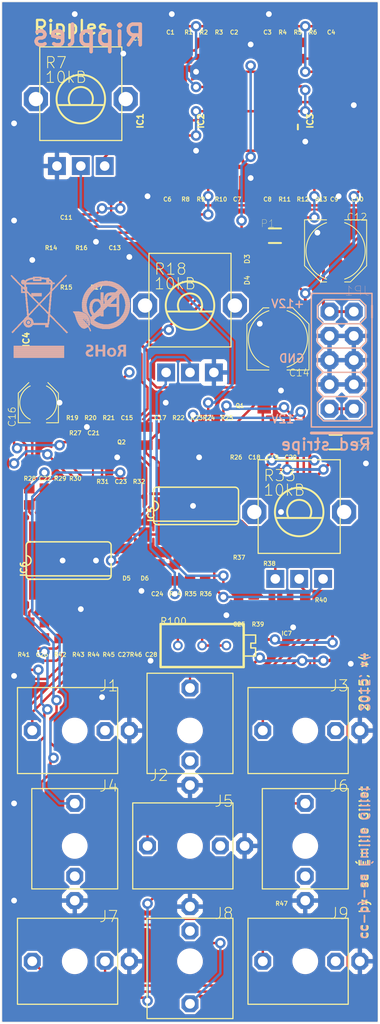
<source format=kicad_pcb>
(kicad_pcb (version 20240108) (generator "pcbnew") (generator_version "8.0")
  (layers (0 "F.Cu" signal) (31 "B.Cu" signal) (34 "B.Paste" user) (35 "F.Paste" user) (36 "B.SilkS" user "B.Silkscreen") (37 "F.SilkS" user "F.Silkscreen") (38 "B.Mask" user) (39 "F.Mask" user) (44 "Edge.Cuts" user))
  (net 0 "")
  (net 1 "GND")
  (net 2 "VEE")
  (net 3 "VCC")
  (net 4 "F_CV")
  (net 5 "N$2")
  (net 6 "LP1")
  (net 7 "N$8")
  (net 8 "IN")
  (net 9 "N$3")
  (net 10 "N$9")
  (net 11 "LP2")
  (net 12 "N$11")
  (net 13 "N$12")
  (net 14 "N$13")
  (net 15 "LP3")
  (net 16 "N$15")
  (net 17 "N$16")
  (net 18 "N$17")
  (net 19 "LP4")
  (net 20 "N$19")
  (net 21 "N$7")
  (net 22 "N$14")
  (net 23 "N$18")
  (net 24 "N$10")
  (net 25 "I_RESO")
  (net 26 "N$38")
  (net 27 "CV_F_POT")
  (net 28 "REF_-5")
  (net 29 "CV_VOCT")
  (net 30 "N$1")
  (net 31 "N$22")
  (net 32 "N$23")
  (net 33 "N$21")
  (net 34 "CV_MOD")
  (net 35 "N$26")
  (net 36 "N$27")
  (net 37 "N$28")
  (net 38 "N$24")
  (net 39 "Q_CV")
  (net 40 "N$25")
  (net 41 "N$30")
  (net 42 "N$31")
  (net 43 "VCA_CV")
  (net 44 "I_VCA")
  (net 45 "N$32")
  (net 46 "LP2_OUT")
  (net 47 "N$39")
  (net 48 "N$33")
  (net 49 "N$37")
  (net 50 "LP4_OUT")
  (net 51 "N$40")
  (net 52 "N$41")
  (net 53 "BP2_OUT")
  (net 54 "N$68")
  (net 55 "N$42")
  (net 56 "N$43")
  (net 57 "N$44")
  (net 58 "LP4_VCA_OUT")
  (net 59 "N$4")
  (net 60 "N$5")
  (net 61 "N$6")
  (net 62 "N$20")
  (net 63 "N$29")
  (footprint "ripples_v40:C0603" (layer "F.Cu") (at 152.9561 69.7611 90)
    (property "Reference" "C7")
    (property "Value" "560p")
  )
  (footprint "ripples_v40:R0603" (layer "F.Cu") (at 149.7811 56.7436 90)
    (property "Reference" "R2")
    (property "Value" "33k")
  )
  (footprint "ripples_v40:C0603" (layer "F.Cu") (at 157.0836 97.0661 -90)
    (property "Reference" "C19")
    (property "Value" "100n")
  )
  (footprint "ripples_v40:R0603" (layer "F.Cu") (at 139.6211 103.4161 90)
    (property "Reference" "R31")
    (property "Value" "100k")
  )
  (footprint "ripples_v40:R0603" (layer "F.Cu") (at 151.3686 56.7436 -90)
    (property "Reference" "R3")
    (property "Value" "510")
  )
  (footprint "ripples_v40:SO14" (layer "F.Cu") (at 149.1461 104.3686)
    (property "Reference" "IC5")
    (property "Value" "TL074D")
  )
  (footprint "ripples_v40:C0603" (layer "F.Cu") (at 163.4336 56.7436 90)
    (property "Reference" "C4")
    (property "Value" "220p")
  )
  (footprint "ripples_v40:R0603" (layer "F.Cu") (at 135.4936 79.2861 90)
    (property "Reference" "R15")
    (property "Value" "300k")
  )
  (footprint "ripples_v40:R0603" (layer "F.Cu") (at 158.3536 56.7436 -90)
    (property "Reference" "R4")
    (property "Value" "510")
  )
  (footprint "ripples_v40:C0603" (layer "F.Cu") (at 163.4336 69.7611 -90)
    (property "Reference" "C9")
    (property "Value" "220p")
  )
  (footprint "ripples_v40:R0603" (layer "F.Cu") (at 142.7961 117.3861 -90)
    (property "Reference" "R46")
    (property "Value" "1.0k")
  )
  (footprint "ripples_v40:R0603" (layer "F.Cu") (at 139.6211 117.3861 -90)
    (property "Reference" "R45")
    (property "Value" "100k")
  )
  (footprint "ripples_v40:C0603" (layer "F.Cu") (at 135.4936 76.1111 90)
    (property "Reference" "C11")
    (property "Value" "220n")
  )
  (footprint "ripples_v40:SOIC16N" (layer "F.Cu") (at 154.8611 63.0936)
    (property "Reference" "IC2")
    (property "Value" "V2164")
  )
  (footprint "ripples_v40:C0603" (layer "F.Cu") (at 141.5261 92.6211 90)
    (property "Reference" "C15")
    (property "Value" "100n")
  )
  (footprint "ripples_v40:C0603" (layer "F.Cu") (at 146.6061 56.7436 90)
    (property "Reference" "C1")
    (property "Value" "220p")
  )
  (footprint "ripples_v40:R0603" (layer "F.Cu") (at 136.4461 103.4161 -90)
    (property "Reference" "R30")
    (property "Value" "39k")
  )
  (footprint "ripples_v40:SOT23-BEC" (layer "F.Cu") (at 142.7961 97.0661 90)
    (property "Reference" "Q2")
    (property "Value" "MMBT3906")
  )
  (footprint "ripples_v40:WQP_PJ_301M6" (layer "F.Cu") (at 136.4461 127.8636 90)
    (property "Reference" "J1")
    (property "Value" "PJ301_THONKICONN6" (hide yes))
  )
  (footprint "ripples_v40:SO16" (layer "F.Cu") (at 136.7636 85.9536)
    (property "Reference" "IC4")
    (property "Value" "LM13700M")
  )
  (footprint "ripples_v40:SO08" (layer "F.Cu") (at 163.7511 63.0936)
    (property "Reference" "IC3")
    (property "Value" "TL072D")
  )
  (footprint "ripples_v40:R0603" (layer "F.Cu") (at 155.1786 114.5286 90)
    (property "Reference" "R39")
    (property "Value" "6.8k")
  )
  (footprint "ripples_v40:R0603" (layer "F.Cu") (at 136.4461 98.6536 -90)
    (property "Reference" "R27")
    (property "Value" "39k")
  )
  (footprint "ripples_v40:R0603" (layer "F.Cu") (at 147.2411 97.0661 90)
    (property "Reference" "R22")
    (property "Value" "47k")
  )
  (footprint "ripples_v40:R0603" (layer "F.Cu") (at 149.4636 69.7611 90)
    (property "Reference" "R9")
    (property "Value" "100k")
  )
  (footprint "ripples_v40:R0603" (layer "F.Cu") (at 153.5911 111.3536 90)
    (property "Reference" "R37")
    (property "Value" "100k")
  )
  (footprint "ripples_v40:R0603" (layer "F.Cu") (at 151.3686 69.7611 90)
    (property "Reference" "R10")
    (property "Value" "510")
  )
  (footprint "ripples_v40:DBZ_R-PDSO-G3" (layer "F.Cu") (at 158.0361 115.1636 180)
    (property "Reference" "IC7")
    (property "Value" "LM4040 5.0V")
  )
  (footprint "ripples_v40:R0603" (layer "F.Cu") (at 148.8286 97.0661 -90)
    (property "Reference" "R23")
    (property "Value" "27k")
  )
  (footprint "ripples_v40:SO14" (layer "F.Cu") (at 135.8111 110.0836)
    (property "Reference" "IC6")
    (property "Value" "TL074D")
  )
  (footprint "ripples_v40:C0603" (layer "F.Cu") (at 145.3361 111.3536 90)
    (property "Reference" "C24")
    (property "Value" "560p")
  )
  (footprint "ripples_v40:WQP_PJ_301M6" (layer "F.Cu") (at 136.4461 151.9936 90)
    (property "Reference" "J7")
    (property "Value" "PJ301_THONKICONN6" (hide yes))
  )
  (footprint "ripples_v40:C0603" (layer "F.Cu") (at 145.6536 97.0661 -90)
    (property "Reference" "C17")
    (property "Value" "560p")
  )
  (footprint "ripples_v40:SOD323-W" (layer "F.Cu") (at 143.7486 108.8136 -90)
    (property "Reference" "D6")
    (property "Value" "1N4148")
  )
  (footprint "ripples_v40:PANASONIC_B" (layer "F.Cu") (at 132.6361 93.5736 90)
    (property "Reference" "C16")
    (property "Value" "4.7u")
  )
  (footprint "ripples_v40:R0603" (layer "F.Cu") (at 138.0336 117.3861 90)
    (property "Reference" "R44")
    (property "Value" "39k")
  )
  (footprint "ripples_v40:C0603" (layer "F.Cu") (at 155.1786 97.0661 -90)
    (property "Reference" "C18")
    (property "Value" "560p")
  )
  (footprint "ripples_v40:FIDUCIAL-1X2" (layer "F.Cu") (at 130.7311 156.4386 90)
    (property "Reference" "F3" (hide yes))
    (property "Value" "FIDUCIAL1X2" (hide yes))
  )
  (footprint "ripples_v40:C0603" (layer "F.Cu") (at 141.2086 103.4161 90)
    (property "Reference" "C23")
    (property "Value" "47p")
  )
  (footprint "ripples_v40:ALPS_POT_VERTICAL_PS" (layer "F.Cu") (at 159.9411 105.0036 180)
    (property "Reference" "R33")
    (property "Value" "10kB")
  )
  (footprint "ripples_v40:R0603" (layer "F.Cu") (at 133.9061 79.2861 -90)
    (property "Reference" "R14")
    (property "Value" "1.0k")
  )
  (footprint "ripples_v40:R0603" (layer "F.Cu") (at 158.3536 69.7611 90)
    (property "Reference" "R11")
    (property "Value" "510")
  )
  (footprint "ripples_v40:R0603" (layer "F.Cu") (at 138.6686 79.2861 90)
    (property "Reference" "R17")
    (property "Value" "1.0k")
  )
  (footprint "ripples_v40:R0603" (layer "F.Cu") (at 136.4461 92.6211 90)
    (property "Reference" "R19")
    (property "Value" "1.0k")
  )
  (footprint "ripples_v40:C0603" (layer "F.Cu") (at 133.2711 117.3861 -90)
    (property "Reference" "C26")
    (property "Value" "47p")
  )
  (footprint "ripples_v40:SOD123" (layer "F.Cu") (at 157.4011 78.651)
    (property "Reference" "D3")
    (property "Value" "1N5819HW")
  )
  (footprint "ripples_v40:R0603" (layer "F.Cu") (at 159.9411 56.7436 -90)
    (property "Reference" "R5")
    (property "Value" "33k")
  )
  (footprint "ripples_v40:R0603" (layer "F.Cu") (at 131.6836 103.4161 90)
    (property "Reference" "R28")
    (property "Value" "1.0k")
  )
  (footprint "ripples_v40:R0603" (layer "F.Cu") (at 137.0811 79.2861 90)
    (property "Reference" "R16")
    (property "Value" "22k")
  )
  (footprint "ripples_v40:R0603" (layer "F.Cu") (at 150.4161 97.0661 -90)
    (property "Reference" "R24")
    (property "Value" "62k")
  )
  (footprint "ripples_v40:PTC-1206" (layer "F.Cu") (at 157.4011 76.111)
    (property "Reference" "P1")
    (property "Value" "PTCSMD" (hide yes))
  )
  (footprint "ripples_v40:ALPS_POT_VERTICAL_PS" (layer "F.Cu") (at 148.5111 83.4136 180)
    (property "Reference" "R18")
    (property "Value" "10kB")
  )
  (footprint "ripples_v40:C0603" (layer "F.Cu") (at 133.2711 103.4161 90)
    (property "Reference" "C22")
    (property "Value" "47p")
  )
  (footprint "ripples_v40:R0603" (layer "F.Cu") (at 161.5286 69.7611 -90)
    (property "Reference" "R13")
    (property "Value" "33k")
  )
  (footprint "ripples_v40:R0603" (layer "F.Cu") (at 155.8136 145.9611)
    (property "Reference" "R47")
    (property "Value" "15k")
  )
  (footprint "ripples_v40:C0603" (layer "F.Cu") (at 153.5911 114.5286 -90)
    (property "Reference" "C25")
    (property "Value" "220n")
  )
  (footprint "ripples_v40:R0603" (layer "F.Cu") (at 159.9411 69.7611 90)
    (property "Reference" "R12")
    (property "Value" "33k")
  )
  (footprint "ripples_v40:R0603" (layer "F.Cu") (at 134.8586 117.3861 -90)
    (property "Reference" "R42")
    (property "Value" "100k")
  )
  (footprint "ripples_v40:R0603" (layer "F.Cu") (at 142.7961 103.4161 90)
    (property "Reference" "R32")
    (property "Value" "1.0k")
  )
  (footprint "ripples_v40:R0603" (layer "F.Cu") (at 150.0986 111.3536 -90)
    (property "Reference" "R36")
    (property "Value" "15k")
  )
  (footprint "ripples_v40:C0603" (layer "F.Cu") (at 158.6711 97.0661 90)
    (property "Reference" "C20")
    (property "Value" "100n")
  )
  (footprint "ripples_v40:ALPS_POT_VERTICAL_PS" (layer "F.Cu") (at 137.0811 61.8236 180)
    (property "Reference" "R7")
    (property "Value" "10kB")
  )
  (footprint "ripples_v40:C0603" (layer "F.Cu") (at 165.3386 69.7611 90)
    (property "Reference" "C10")
    (property "Value" "100n")
  )
  (footprint "ripples_v40:R0603" (layer "F.Cu") (at 148.1936 56.7436 -90)
    (property "Reference" "R1")
    (property "Value" "33k")
  )
  (footprint "ripples_v40:R0603" (layer "F.Cu") (at 136.4461 117.3861 90)
    (property "Reference" "R43")
    (property "Value" "33k")
  )
  (footprint "ripples_v40:WQP_PJ_301M6" (layer "F.Cu") (at 148.5111 139.9286 90)
    (property "Reference" "J5")
    (property "Value" "PJ301_THONKICONN6" (hide yes))
  )
  (footprint "ripples_v40:R0603" (layer "F.Cu") (at 148.5111 111.3536 90)
    (property "Reference" "R35")
    (property "Value" "100k")
  )
  (footprint "ripples_v40:PANASONIC_D" (layer "F.Cu") (at 163.7511 77.6986 -90)
    (property "Reference" "C12")
    (property "Value" "47u")
  )
  (footprint "ripples_v40:C0603" (layer "F.Cu") (at 140.5736 79.2861 90)
    (property "Reference" "C13")
    (property "Value" "100n")
  )
  (footprint "ripples_v40:WQP_PJ_301M6" (layer "F.Cu") (at 136.4461 139.9286)
    (property "Reference" "J4")
    (property "Value" "PJ301_THONKICONN6" (hide yes))
  )
  (footprint "ripples_v40:R0603" (layer "F.Cu") (at 134.8586 103.4161 90)
    (property "Reference" "R29")
    (property "Value" "100k")
  )
  (footprint "ripples_v40:R0603" (layer "F.Cu") (at 161.5286 56.7436 90)
    (property "Reference" "R6")
    (property "Value" "33k")
  )
  (footprint "ripples_v40:R0603" (layer "F.Cu") (at 152.0036 97.0661 -90)
    (property "Reference" "R25")
    (property "Value" "22k")
  )
  (footprint "ripples_v40:C0603" (layer "F.Cu") (at 152.9561 56.7436 -90)
    (property "Reference" "C2")
    (property "Value" "560p")
  )
  (footprint "ripples_v40:SOD123" (layer "F.Cu") (at 157.401 80.8736)
    (property "Reference" "D4")
    (property "Value" "1N5819HW" (hide yes))
  )
  (footprint "ripples_v40:SO08" (layer "F.Cu") (at 145.9711 63.0936)
    (property "Reference" "IC1")
    (property "Value" "TL072D")
  )
  (footprint "ripples_v40:R0603" (layer "F.Cu") (at 138.0336 92.6211 90)
    (property "Reference" "R20")
    (property "Value" "100k")
  )
  (footprint "ripples_v40:R0603" (layer "F.Cu") (at 153.5911 97.0661 90)
    (property "Reference" "R26")
    (property "Value" "47k")
  )
  (footprint "ripples_v40:FIDUCIAL-1X2" (layer "F.Cu") (at 166.2911 53.5686 90)
    (property "Reference" "F2" (hide yes))
    (property "Value" "FIDUCIAL1X2" (hide yes))
  )
  (footprint "ripples_v40:R0603" (layer "F.Cu") (at 139.6211 92.6211 90)
    (property "Reference" "R21")
    (property "Value" "1.0k")
  )
  (footprint "ripples_v40:WQP_PJ_301M6" (layer "F.Cu") (at 160.5761 139.9286)
    (property "Reference" "J6")
    (property "Value" "PJ301_THONKICONN6" (hide yes))
  )
  (footprint "ripples_v40:RTRIM3296X" (layer "F.Cu") (at 149.7811 118.9736 -90)
    (property "Reference" "R100")
    (property "Value" "5k")
  )
  (footprint "ripples_v40:R0603" (layer "F.Cu") (at 155.1786 111.3536 -90)
    (property "Reference" "R38")
    (property "Value" "100k")
  )
  (footprint "ripples_v40:C0603" (layer "F.Cu") (at 144.3836 117.3861 -90)
    (property "Reference" "C28")
    (property "Value" "100n")
  )
  (footprint "ripples_v40:C0603" (layer "F.Cu") (at 141.2086 117.3861 -90)
    (property "Reference" "C27")
    (property "Value" "47p")
  )
  (footprint "ripples_v40:WQP_PJ_301M6" (layer "F.Cu") (at 160.5761 151.9936 90)
    (property "Reference" "J9")
    (property "Value" "PJ301_THONKICONN6" (hide yes))
  )
  (footprint "ripples_v40:C0603" (layer "F.Cu") (at 143.1136 57.3786 90)
    (property "Reference" "C5")
    (property "Value" "100n")
  )
  (footprint "ripples_v40:WQP_PJ_301M6" (layer "F.Cu") (at 148.5111 127.8636)
    (property "Reference" "J2")
    (property "Value" "PJ301_THONKICONN6" (hide yes))
  )
  (footprint "ripples_v40:R0603" (layer "F.Cu") (at 131.6836 117.3861 -90)
    (property "Reference" "R41")
    (property "Value" "1.0k")
  )
  (footprint "ripples_v40:R0603" (layer "F.Cu") (at 160.5761 114.8461 90)
    (property "Reference" "R40")
    (property "Value" "100k")
  )
  (footprint "ripples_v40:C0603" (layer "F.Cu") (at 156.7661 69.7611 90)
    (property "Reference" "C8")
    (property "Value" "560p")
  )
  (footprint "ripples_v40:C0603" (layer "F.Cu") (at 156.7661 56.7436 -90)
    (property "Reference" "C3")
    (property "Value" "560p")
  )
  (footprint "ripples_v40:PANASONIC_D" (layer "F.Cu") (at 157.7186 86.9061 90)
    (property "Reference" "C14")
    (property "Value" "47u")
  )
  (footprint "ripples_v40:SOT23-BEC" (layer "F.Cu") (at 155.1786 93.2561 90)
    (property "Reference" "Q1")
    (property "Value" "MMBT3906")
  )
  (footprint "ripples_v40:FIDUCIAL-1X2" (layer "F.Cu") (at 166.2911 156.4386 90)
    (property "Reference" "F4" (hide yes))
    (property "Value" "FIDUCIAL1X2" (hide yes))
  )
  (footprint "ripples_v40:C0603" (layer "F.Cu") (at 146.2886 69.7611 -90)
    (property "Reference" "C6")
    (property "Value" "220p")
  )
  (footprint "ripples_v40:WQP_PJ_301M6" (layer "F.Cu") (at 160.5761 127.8636 90)
    (property "Reference" "J3")
    (property "Value" "PJ301_THONKICONN6" (hide yes))
  )
  (footprint "ripples_v40:R0603" (layer "F.Cu") (at 146.9236 111.3536 90)
    (property "Reference" "R34")
    (property "Value" "47k")
  )
  (footprint "ripples_v40:C0603" (layer "F.Cu") (at 138.3511 98.6536 -90)
    (property "Reference" "C21")
    (property "Value" "100n")
  )
  (footprint "ripples_v40:R0603" (layer "F.Cu") (at 147.8761 69.7611 -90)
    (property "Reference" "R8")
    (property "Value" "33k")
  )
  (footprint "ripples_v40:FIDUCIAL-1X2" (layer "F.Cu") (at 130.7311 53.5686 90)
    (property "Reference" "F1" (hide yes))
    (property "Value" "FIDUCIAL1X2" (hide yes))
  )
  (footprint "ripples_v40:WQP_PJ_301M6" (layer "F.Cu") (at 148.5111 151.9936 180)
    (property "Reference" "J8")
    (property "Value" "PJ301_THONKICONN6" (hide yes))
  )
  (footprint "ripples_v40:SOD323-W" (layer "F.Cu") (at 141.8436 108.8136 90)
    (property "Reference" "D5")
    (property "Value" "1N4148" (hide yes))
  )
  (footprint "ripples_v40:PTC-1206" (layer "F.Cu") (at 163.7511 97.7011)
    (property "Reference" "P2")
    (property "Value" "PTCSMD" (hide yes))
  )
  (footprint "ripples_v40:ROHS" (layer "B.Cu") (at 143.1136 89.4461 180)
    (property "Reference" "U$2" (hide yes))
    (property "Value" "" (hide yes))
  )
  (footprint "ripples_v40:AVR_ICSP" (layer "B.Cu") (at 164.3861 89.1286 180)
    (property "Reference" "JP1")
    (property "Value" "M05X2PTH" (hide yes))
  )
  (gr_line (start 161.2111 82.1436) (end 161.2111 96.1136) (stroke (width 0.1524)) (layer "B.SilkS"))
  (gr_line (start 161.2111 96.1136) (end 167.5611 96.1136) (stroke (width 0.1524)) (layer "B.SilkS"))
  (gr_line (start 167.5611 96.1136) (end 167.5611 82.1436) (stroke (width 0.1524)) (layer "B.SilkS"))
  (gr_line (start 167.5611 96.7486) (end 161.2111 96.7486) (stroke (width 0.3048)) (layer "B.SilkS"))
  (gr_line (start 161.2111 82.1436) (end 167.5611 82.1436) (stroke (width 0.1524)) (layer "B.SilkS"))
  (gr_line (start 168.1761 51.6636) (end 128.8261 51.6636) (stroke (width 0.05)) (layer "Edge.Cuts"))
  (gr_line (start 128.8261 51.6636) (end 128.8261 158.3436) (stroke (width 0.05)) (layer "Edge.Cuts"))
  (gr_line (start 168.1761 158.3436) (end 168.1761 51.6636) (stroke (width 0.05)) (layer "Edge.Cuts"))
  (gr_line (start 128.8261 158.3436) (end 168.1761 158.3436) (stroke (width 0.05)) (layer "Edge.Cuts"))
  (gr_text "Ripples" (at 144.0661 56.4261 0) (layer "B.SilkS") (effects (font (size 2.159 2.159) (thickness 0.381)) (justify left bottom mirror)))
  (gr_text "Red stripe" (at 167.5611 98.6536 0) (layer "B.SilkS") (effects (font (size 1.20904 1.20904) (thickness 0.21336)) (justify left bottom mirror)))
  (gr_text "cc-by-sa Émilie Gillet" (at 166.2911 149.7711 -90) (layer "B.SilkS") (effects (font (size 0.90678 0.90678) (thickness 0.16002)) (justify left bottom mirror)))
  (gr_text "2015, v4" (at 166.2911 125.9586 -90) (layer "B.SilkS") (effects (font (size 0.90678 0.90678) (thickness 0.16002)) (justify left bottom mirror)))
  (gr_text "-12V" (at 160.5761 95.7961 0) (layer "B.SilkS") (effects (font (size 0.8636 0.8636) (thickness 0.1524)) (justify left bottom mirror)))
  (gr_text "GND" (at 160.5761 89.4461 0) (layer "B.SilkS") (effects (font (size 0.8636 0.8636) (thickness 0.1524)) (justify left bottom mirror)))
  (gr_text "+12V" (at 160.5761 83.7311 0) (layer "B.SilkS") (effects (font (size 0.8636 0.8636) (thickness 0.1524)) (justify left bottom mirror)))
  (gr_text "cc-by-sa Émilie Gillet" (at 167.2436 149.7711 90) (layer "F.SilkS") (effects (font (size 0.90678 0.90678) (thickness 0.16002)) (justify left bottom)))
  (gr_text "Ripples" (at 132.0011 55.1561 0) (layer "F.SilkS") (effects (font (size 1.42494 1.42494) (thickness 0.25146)) (justify left bottom)))
  (gr_text "2015, v4" (at 167.2436 125.9586 90) (layer "F.SilkS") (effects (font (size 0.90678 0.90678) (thickness 0.16002)) (justify left bottom)))
  (via (at 165.6561 62.4586) (size 1.108) (drill 0.6) (layers "F.Cu" "B.Cu") (net 1))
  (via (at 145.9711 93.5736) (size 1.108) (drill 0.6) (layers "F.Cu" "B.Cu") (net 1))
  (via (at 149.1461 58.9661) (size 1.108) (drill 0.6) (layers "F.Cu" "B.Cu") (net 1))
  (via (at 166.9261 99.9236) (size 1.108) (drill 0.6) (layers "F.Cu" "B.Cu") (net 1))
  (via (at 159.3061 117.0686) (size 1.108) (drill 0.6) (layers "F.Cu" "B.Cu") (net 1))
  (via (at 161.8461 75.7936) (size 1.108) (drill 0.6) (layers "F.Cu" "B.Cu") (net 1))
  (via (at 155.8136 85.3186) (size 1.108) (drill 0.6) (layers "F.Cu" "B.Cu") (net 1))
  (via (at 139.3036 124.3711) (size 1.108) (drill 0.6) (layers "F.Cu" "B.Cu") (net 1))
  (via (at 134.8586 93.5736) (size 1.108) (drill 0.6) (layers "F.Cu" "B.Cu") (net 1))
  (via (at 164.0686 71.9836) (size 1.108) (drill 0.6) (layers "F.Cu" "B.Cu") (net 1))
  (via (at 143.4311 113.2586) (size 1.108) (drill 0.6) (layers "F.Cu" "B.Cu") (net 1))
  (via (at 165.3386 120.8786) (size 1.108) (drill 0.6) (layers "F.Cu" "B.Cu") (net 1))
  (via (at 130.0961 74.5236) (size 1.108) (drill 0.6) (layers "F.Cu" "B.Cu") (net 1))
  (via (at 158.0361 105.0036) (size 1.108) (drill 0.6) (layers "F.Cu" "B.Cu") (net 1))
  (via (at 140.8911 99.2886) (size 1.108) (drill 0.6) (layers "F.Cu" "B.Cu") (net 1))
  (via (at 154.8611 70.0786) (size 1.108) (drill 0.6) (layers "F.Cu" "B.Cu") (net 1))
  (via (at 130.0961 64.3636) (size 1.108) (drill 0.6) (layers "F.Cu" "B.Cu") (net 1))
  (via (at 137.7161 96.1136) (size 1.108) (drill 0.6) (layers "F.Cu" "B.Cu") (net 1))
  (via (at 160.5761 66.2686) (size 1.108) (drill 0.6) (layers "F.Cu" "B.Cu") (net 1))
  (via (at 156.7661 52.9336) (size 1.108) (drill 0.6) (layers "F.Cu" "B.Cu") (net 1))
  (via (at 146.6061 52.9336) (size 1.108) (drill 0.6) (layers "F.Cu" "B.Cu") (net 1))
  (via (at 136.4461 52.9336) (size 1.108) (drill 0.6) (layers "F.Cu" "B.Cu") (net 1))
  (via (at 141.5261 57.0611) (size 1.108) (drill 0.6) (layers "F.Cu" "B.Cu") (net 1))
  (via (at 152.3211 115.7986) (size 1.108) (drill 0.6) (layers "F.Cu" "B.Cu") (net 1))
  (via (at 144.0661 71.9836) (size 1.108) (drill 0.6) (layers "F.Cu" "B.Cu") (net 1))
  (via (at 138.6686 110.0836) (size 1.108) (drill 0.6) (layers "F.Cu" "B.Cu") (net 1))
  (via (at 144.3836 120.5611) (size 1.108) (drill 0.6) (layers "F.Cu" "B.Cu") (net 1))
  (via (at 137.0811 115.1636) (size 1.108) (drill 0.6) (layers "F.Cu" "B.Cu") (net 1))
  (via (at 130.0961 145.6436) (size 1.108) (drill 0.6) (layers "F.Cu" "B.Cu") (net 1))
  (via (at 154.8611 56.1086) (size 1.108) (drill 0.6) (layers "F.Cu" "B.Cu") (net 1))
  (via (at 138.6686 76.7461) (size 1.108) (drill 0.6) (layers "F.Cu" "B.Cu") (net 1))
  (via (at 135.1761 110.0836) (size 1.108) (drill 0.6) (layers "F.Cu" "B.Cu") (net 1))
  (via (at 130.0961 122.1486) (size 1.108) (drill 0.6) (layers "F.Cu" "B.Cu") (net 1))
  (via (at 130.0961 135.4836) (size 1.108) (drill 0.6) (layers "F.Cu" "B.Cu") (net 1))
  (via (at 149.1461 67.2211) (size 1.108) (drill 0.6) (layers "F.Cu" "B.Cu") (net 1))
  (via (at 132.0011 78.6511) (size 1.108) (drill 0.6) (layers "F.Cu" "B.Cu") (net 1))
  (via (at 158.0361 92.3036) (size 1.108) (drill 0.6) (layers "F.Cu" "B.Cu") (net 1))
  (via (at 148.8286 104.3686) (size 1.108) (drill 0.6) (layers "F.Cu" "B.Cu") (net 1))
  (via (at 149.4636 99.2886) (size 1.108) (drill 0.6) (layers "F.Cu" "B.Cu") (net 1))
  (via (at 142.1611 78.3336) (size 1.108) (drill 0.6) (layers "F.Cu" "B.Cu") (net 1))
  (segment (start 165.8148 115.3224) (end 163.4336 117.7036) (width 0.3048) (layer "F.Cu") (net 2))
  (segment (start 140.8911 98.3361) (end 140.5736 98.0186) (width 0.254) (layer "F.Cu") (net 2))
  (segment (start 140.5736 90.0811) (end 138.9861 90.0811) (width 0.254) (layer "F.Cu") (net 2))
  (segment (start 160.5761 82.1436) (end 160.571 82.1436) (width 0.254) (layer "F.Cu") (net 2))
  (segment (start 141.5261 91.0336) (end 140.5736 90.0811) (width 0.254) (layer "F.Cu") (net 2))
  (segment (start 136.1286 105.3211) (end 137.7161 105.3211) (width 0.2032) (layer "F.Cu") (net 2))
  (segment (start 160.5761 85.3186) (end 160.5761 82.1436) (width 0.3048) (layer "F.Cu") (net 2))
  (segment (start 156.4486 118.3386) (end 155.1786 117.0686) (width 0.3048) (layer "F.Cu") (net 2))
  (segment (start 144.3836 103.0986) (end 149.1461 103.0986) (width 0.3048) (layer "F.Cu") (net 2))
  (segment (start 161.0523 99.6061) (end 161.0523 93.7323) (width 0.3048) (layer "F.Cu") (net 2))
  (segment (start 135.8111 107.0102) (end 135.8111 105.6386) (width 0.2032) (layer "F.Cu") (net 2))
  (segment (start 144.3836 104.3686) (end 144.3836 103.0986) (width 0.254) (layer "F.Cu") (net 2))
  (segment (start 157.7186 89.4461) (end 161.6873 93.4148) (width 0.3048) (layer "F.Cu") (net 2))
  (segment (start 157.4011 118.3386) (end 156.4486 118.3386) (width 0.3048) (layer "F.Cu") (net 2))
  (segment (start 166.2911 71.3487) (end 166.2911 69.2848) (width 0.254) (layer "F.Cu") (net 2))
  (segment (start 138.6686 89.7636) (end 138.6686 88.5536) (width 0.254) (layer "F.Cu") (net 2))
  (segment (start 141.5261 91.7711) (end 141.5261 91.0336) (width 0.254) (layer "F.Cu") (net 2))
  (segment (start 140.8911 105.9561) (end 142.7961 105.9561) (width 0.254) (layer "F.Cu") (net 2))
  (segment (start 142.7961 105.9561) (end 144.3836 104.3686) (width 0.254) (layer "F.Cu") (net 2))
  (segment (start 165.8149 68.8086) (end 165.4411 68.8086) (width 0.254) (layer "F.Cu") (net 2))
  (segment (start 165.3386 67.5386) (end 165.6561 67.2211) (width 0.254) (layer "F.Cu") (net 2))
  (segment (start 144.3836 100.2411) (end 142.4786 98.3361) (width 0.254) (layer "F.Cu") (net 2))
  (segment (start 141.5261 91.0336) (end 142.1611 90.3986) (width 0.254) (layer "F.Cu") (net 2))
  (segment (start 137.7161 105.3211) (end 138.0336 105.0036) (width 0.2032) (layer "F.Cu") (net 2))
  (segment (start 157.7186 89.4461) (end 157.7186 89.3061) (width 0.3048) (layer "F.Cu") (net 2))
  (segment (start 161.6873 93.4148) (end 161.6873 96.2723) (width 0.3048) (layer "F.Cu") (net 2))
  (segment (start 160.5761 63.0936) (end 149.1461 63.0936) (width 0.254) (layer "F.Cu") (net 2))
  (segment (start 157.7186 89.3061) (end 158.2136 89.3061) (width 0.3048) (layer "F.Cu") (net 2))
  (segment (start 161.6873 96.2723) (end 162.3511 96.9361) (width 0.3048) (layer "F.Cu") (net 2))
  (segment (start 147.9361 65.6336) (end 147.8761 65.6936) (width 0.254) (layer "F.Cu") (net 2))
  (segment (start 164.3861 63.0936) (end 160.5761 63.0936) (width 0.254) (layer "F.Cu") (net 2))
  (segment (start 135.8111 105.6386) (end 136.1286 105.3211) (width 0.2032) (layer "F.Cu") (net 2))
  (segment (start 138.0336 105.0036) (end 138.0336 101.5111) (width 0.2032) (layer "F.Cu") (net 2))
  (segment (start 161.0524 105.1623) (end 165.8148 109.9248) (width 0.3048) (layer "F.Cu") (net 2))
  (segment (start 165.3386 68.9111) (end 165.3386 67.5386) (width 0.254) (layer "F.Cu") (net 2))
  (segment (start 158.0361 87.8586) (end 160.5761 85.3186) (width 0.3048) (layer "F.Cu") (net 2))
  (segment (start 140.5736 108.1786) (end 140.5736 106.2736) (width 0.254) (layer "F.Cu") (net 2))
  (segment (start 157.7186 90.3986) (end 157.7186 89.4461) (width 0.3048) (layer "F.Cu") (net 2))
  (segment (start 140.5736 96.4311) (end 142.7961 94.2086) (width 0.254) (layer "F.Cu") (net 2))
  (segment (start 161.5286 99.6061) (end 161.0523 99.6061) (width 0.3048) (layer "F.Cu") (net 2))
  (segment (start 163.4336 117.7036) (end 163.4336 118.6561) (width 0.3048) (layer "F.Cu") (net 2))
  (segment (start 155.1786 117.0686) (end 155.1786 115.3786) (width 0.3048) (layer "F.Cu") (net 2))
  (segment (start 144.3836 103.0986) (end 144.3836 100.2411) (width 0.254) (layer "F.Cu") (net 2))
  (segment (start 157.0836 99.6061) (end 157.0836 97.9161) (width 0.3048) (layer "F.Cu") (net 2))
  (segment (start 161.0523 99.6061) (end 161.0524 105.1623) (width 0.3048) (layer "F.Cu") (net 2))
  (segment (start 160.571 82.1436) (end 159.301 80.8736) (width 0.254) (layer "F.Cu") (net 2))
  (segment (start 165.6561 71.9836) (end 166.2911 71.3487) (width 0.254) (layer "F.Cu") (net 2))
  (segment (start 140.5736 98.0186) (end 140.5736 96.4311) (width 0.254) (layer "F.Cu") (net 2))
  (segment (start 161.0523 93.7323) (end 157.7186 90.3986) (width 0.3048) (layer "F.Cu") (net 2))
  (segment (start 149.1461 103.0986) (end 149.1461 101.2952) (width 0.3048) (layer "F.Cu") (net 2))
  (segment (start 158.0361 88.9886) (end 158.0361 87.8586) (width 0.3048) (layer "F.Cu") (net 2))
  (segment (start 166.2911 69.2848) (end 165.8149 68.8086) (width 0.254) (layer "F.Cu") (net 2))
  (segment (start 137.7161 105.3211) (end 137.7161 108.4961) (width 0.2032) (layer "F.Cu") (net 2))
  (segment (start 149.1461 65.6336) (end 147.9361 65.6336) (width 0.254) (layer "F.Cu") (net 2))
  (segment (start 140.2561 108.4961) (end 140.5736 108.1786) (width 0.254) (layer "F.Cu") (net 2))
  (segment (start 142.7961 94.2086) (end 142.7961 92.3036) (width 0.254) (layer "F.Cu") (net 2))
  (segment (start 138.3511 101.1936) (end 138.3511 99.5036) (width 0.2032) (layer "F.Cu") (net 2))
  (segment (start 157.7186 89.3061) (end 158.0361 88.9886) (width 0.254) (layer "F.Cu") (net 2))
  (segment (start 153.5911 103.0986) (end 157.0836 99.6061) (width 0.3048) (layer "F.Cu") (net 2))
  (segment (start 138.0336 101.5111) (end 138.3511 101.1936) (width 0.2032) (layer "F.Cu") (net 2))
  (segment (start 165.6561 67.2211) (end 165.6561 65.6936) (width 0.254) (layer "F.Cu") (net 2))
  (segment (start 142.2636 91.7711) (end 141.5261 91.7711) (width 0.254) (layer "F.Cu") (net 2))
  (segment (start 165.6561 64.3636) (end 164.3861 63.0936) (width 0.254) (layer "F.Cu") (net 2))
  (segment (start 160.1986 60.4936) (end 159.3061 60.4936) (width 0.254) (layer "F.Cu") (net 2))
  (segment (start 165.8148 109.9248) (end 165.8148 115.3224) (width 0.3048) (layer "F.Cu") (net 2))
  (segment (start 138.9861 90.0811) (end 138.6686 89.7636) (width 0.254) (layer "F.Cu") (net 2))
  (segment (start 137.7161 108.4961) (end 140.2561 108.4961) (width 0.254) (layer "F.Cu") (net 2))
  (segment (start 140.5736 106.2736) (end 140.8911 105.9561) (width 0.254) (layer "F.Cu") (net 2))
  (segment (start 142.7961 92.3036) (end 142.2636 91.7711) (width 0.254) (layer "F.Cu") (net 2))
  (segment (start 160.5761 60.8711) (end 160.1986 60.4936) (width 0.254) (layer "F.Cu") (net 2))
  (segment (start 165.4411 68.8086) (end 165.3386 68.9111) (width 0.254) (layer "F.Cu") (net 2))
  (segment (start 165.6561 65.6936) (end 165.6561 64.3636) (width 0.254) (layer "F.Cu") (net 2))
  (segment (start 162.3511 96.9361) (end 162.3511 97.7011) (width 0.3048) (layer "F.Cu") (net 2))
  (segment (start 142.4786 98.3361) (end 140.8911 98.3361) (width 0.254) (layer "F.Cu") (net 2))
  (segment (start 149.1461 103.0986) (end 153.5911 103.0986) (width 0.3048) (layer "F.Cu") (net 2))
  (via (at 142.1611 90.3986) (size 1.108) (drill 0.6) (layers "F.Cu" "B.Cu") (net 2))
  (via (at 161.5286 99.6061) (size 1.108) (drill 0.6) (layers "F.Cu" "B.Cu") (net 2))
  (via (at 163.4336 118.6561) (size 1.108) (drill 0.6) (layers "F.Cu" "B.Cu") (net 2))
  (via (at 160.5761 82.1436) (size 1.108) (drill 0.6) (layers "F.Cu" "B.Cu") (net 2))
  (via (at 149.1461 65.6336) (size 1.108) (drill 0.6) (layers "F.Cu" "B.Cu") (net 2))
  (via (at 149.1461 63.0936) (size 1.108) (drill 0.6) (layers "F.Cu" "B.Cu") (net 2))
  (via (at 165.6561 71.9836) (size 1.108) (drill 0.6) (layers "F.Cu" "B.Cu") (net 2))
  (via (at 157.4011 118.3386) (size 1.108) (drill 0.6) (layers "F.Cu" "B.Cu") (net 2))
  (via (at 160.5761 60.8711) (size 1.108) (drill 0.6) (layers "F.Cu" "B.Cu") (net 2))
  (via (at 160.5761 63.0936) (size 1.108) (drill 0.6) (layers "F.Cu" "B.Cu") (net 2))
  (via (at 157.0836 99.6061) (size 1.108) (drill 0.6) (layers "F.Cu" "B.Cu") (net 2))
  (segment (start 157.7186 118.6561) (end 157.4011 118.3386) (width 0.3048) (layer "B.Cu") (net 2))
  (segment (start 149.1461 63.0936) (end 149.1461 65.6336) (width 0.254) (layer "B.Cu") (net 2))
  (segment (start 163.4336 118.6561) (end 157.7186 118.6561) (width 0.3048) (layer "B.Cu") (net 2))
  (segment (start 165.6561 77.0636) (end 165.6561 73.2536) (width 0.3048) (layer "B.Cu") (net 2))
  (segment (start 165.6561 73.2536) (end 165.6561 71.9836) (width 0.254) (layer "B.Cu") (net 2))
  (segment (start 157.0836 99.6061) (end 161.5286 99.6061) (width 0.3048) (layer "B.Cu") (net 2))
  (segment (start 160.5761 63.0936) (end 160.5761 60.8711) (width 0.254) (layer "B.Cu") (net 2))
  (segment (start 160.5761 82.1436) (end 165.6561 77.0636) (width 0.3048) (layer "B.Cu") (net 2))
  (segment (start 159.3061 74.5236) (end 156.7661 74.5236) (width 0.3048) (layer "F.Cu") (net 3))
  (segment (start 158.6711 97.9161) (end 158.6711 98.6536) (width 0.3048) (layer "F.Cu") (net 3))
  (segment (start 141.2086 114.5286) (end 140.5736 113.8936) (width 0.3048) (layer "F.Cu") (net 3))
  (segment (start 144.0661 62.7761) (end 143.4311 63.4111) (width 0.254) (layer "F.Cu") (net 3))
  (segment (start 159.6236 120.5611) (end 160.2586 120.5611) (width 0.254) (layer "F.Cu") (net 3))
  (segment (start 162.7986 78.3336) (end 159.9411 75.4761) (width 0.3048) (layer "F.Cu") (net 3))
  (segment (start 161.8461 101.1936) (end 162.4811 100.5586) (width 0.3048) (layer "F.Cu") (net 3))
  (segment (start 145.3361 116.4336) (end 144.4861 116.4336) (width 0.3048) (layer "F.Cu") (net 3))
  (segment (start 140.5736 80.8736) (end 139.6211 81.8261) (width 0.3048) (layer "F.Cu") (net 3))
  (segment (start 139.5811 67.8961) (end 139.5811 68.8236) (width 0.254) (layer "F.Cu") (net 3))
  (segment (start 162.4811 100.5586) (end 163.7511 99.2886) (width 0.3048) (layer "F.Cu") (net 3))
  (segment (start 160.5761 58.9661) (end 161.5286 58.9661) (width 0.254) (layer "F.Cu") (net 3))
  (segment (start 163.7511 78.6511) (end 167.2436 75.1586) (width 0.254) (layer "F.Cu") (net 3))
  (segment (start 163.4336 78.3336) (end 162.7986 78.3336) (width 0.3048) (layer "F.Cu") (net 3))
  (segment (start 142.0023 85.1599) (end 142.0023 80.7149) (width 0.3048) (layer "F.Cu") (net 3))
  (segment (start 145.6536 54.2036) (end 144.0661 55.7911) (width 0.254) (layer "F.Cu") (net 3))
  (segment (start 159.9411 75.4761) (end 159.9411 75.1586) (width 0.3048) (layer "F.Cu") (net 3))
  (segment (start 167.2436 58.0136) (end 163.4336 54.2036) (width 0.254) (layer "F.Cu") (net 3))
  (segment (start 164.7036 117.3861) (end 166.4499 115.6399) (width 0.3048) (layer "F.Cu") (net 3))
  (segment (start 144.3836 116.5361) (end 144.3836 115.7986) (width 0.3048) (layer "F.Cu") (net 3))
  (segment (start 149.1461 106.2736) (end 149.1461 107.442) (width 0.3048) (layer "F.Cu") (net 3))
  (segment (start 140.2561 111.3536) (end 136.4461 111.3536) (width 0.3048) (layer "F.Cu") (net 3))
  (segment (start 163.7511 80.0986) (end 163.7511 78.6511) (width 0.3048) (layer "F.Cu") (net 3))
  (segment (start 144.0661 60.4936) (end 144.0661 62.7761) (width 0.254) (layer "F.Cu") (net 3))
  (segment (start 147.2411 125.3236) (end 145.9711 124.0536) (width 0.3048) (layer "F.Cu") (net 3))
  (segment (start 145.9711 117.0686) (end 145.3361 116.4336) (width 0.3048) (layer "F.Cu") (net 3))
  (segment (start 163.7511 78.6511) (end 163.4336 78.3336) (width 0.3048) (layer "F.Cu") (net 3))
  (segment (start 158.6711 100.5586) (end 157.0836 100.5586) (width 0.3048) (layer "F.Cu") (net 3))
  (segment (start 156.6636 145.9611) (end 156.6636 144.1586) (width 0.254) (layer "F.Cu") (net 3))
  (segment (start 151.0511 104.3686) (end 149.1461 106.2736) (width 0.3048) (layer "F.Cu") (net 3))
  (segment (start 139.6211 81.8261) (end 138.9861 81.8261) (width 0.3048) (layer "F.Cu") (net 3))
  (segment (start 158.3536 131.0386) (end 158.3536 121.8311) (width 0.254) (layer "F.Cu") (net 3))
  (segment (start 144.0661 55.7911) (end 144.0661 58.3311) (width 0.254) (layer "F.Cu") (net 3))
  (segment (start 163.8911 80.2386) (end 163.7511 80.0986) (width 0.3048) (layer "F.Cu") (net 3))
  (segment (start 155.5011 78.651) (end 154.2262 78.651) (width 0.3048) (layer "F.Cu") (net 3))
  (segment (start 158.3536 121.8311) (end 159.6236 120.5611) (width 0.254) (layer "F.Cu") (net 3))
  (segment (start 157.0836 100.5586) (end 153.2736 104.3686) (width 0.3048) (layer "F.Cu") (net 3))
  (segment (start 161.5286 58.9661) (end 161.8461 59.2836) (width 0.254) (layer "F.Cu") (net 3))
  (segment (start 150.7336 125.3236) (end 147.2411 125.3236) (width 0.3048) (layer "F.Cu") (net 3))
  (segment (start 156.0011 76.111) (end 155.8136 76.2985) (width 0.3048) (layer "F.Cu") (net 3))
  (segment (start 136.4461 111.3536) (end 135.8111 111.9886) (width 0.3048) (layer "F.Cu") (net 3))
  (segment (start 165.6561 99.2886) (end 167.2436 97.7011) (width 0.3048) (layer "F.Cu") (net 3))
  (segment (start 138.6686 82.1436) (end 138.6686 83.3536) (width 0.3048) (layer "F.Cu") (net 3))
  (segment (start 149.1461 54.2036) (end 145.6536 54.2036) (width 0.254) (layer "F.Cu") (net 3))
  (segment (start 156.0011 75.2886) (end 156.0011 76.111) (width 0.3048) (layer "F.Cu") (net 3))
  (segment (start 165.3386 80.2386) (end 163.8911 80.2386) (width 0.254) (layer "F.Cu") (net 3))
  (segment (start 155.8136 120.2436) (end 150.7336 125.3236) (width 0.3048) (layer "F.Cu") (net 3))
  (segment (start 156.7661 74.5236) (end 156.0011 75.2886) (width 0.3048) (layer "F.Cu") (net 3))
  (segment (start 167.2436 75.1586) (end 167.2436 58.0136) (width 0.254) (layer "F.Cu") (net 3))
  (segment (start 144.3835 87.5411) (end 142.0023 85.1599) (width 0.3048) (layer "F.Cu") (net 3))
  (segment (start 166.4499 109.6074) (end 161.8461 105.0036) (width 0.3048) (layer "F.Cu") (net 3))
  (segment (start 167.2436 82.1436) (end 165.3386 80.2386) (width 0.254) (layer "F.Cu") (net 3))
  (segment (start 147.8761 85.0011) (end 147.8761 86.2711) (width 0.3048) (layer "F.Cu") (net 3))
  (segment (start 154.2262 78.651) (end 147.8761 85.0011) (width 0.3048) (layer "F.Cu") (net 3))
  (segment (start 147.8761 86.2711) (end 146.6061 87.5411) (width 0.3048) (layer "F.Cu") (net 3))
  (segment (start 163.7511 99.2886) (end 165.6561 99.2886) (width 0.3048) (layer "F.Cu") (net 3))
  (segment (start 142.0023 80.7149) (end 141.4236 80.1361) (width 0.3048) (layer "F.Cu") (net 3))
  (segment (start 158.9886 141.8336) (end 161.5286 141.8336) (width 0.254) (layer "F.Cu") (net 3))
  (segment (start 160.5761 54.2036) (end 149.1461 54.2036) (width 0.254) (layer "F.Cu") (net 3))
  (segment (start 144.0661 58.3311) (end 143.2161 58.3311) (width 0.254) (layer "F.Cu") (net 3))
  (segment (start 138.9861 81.8261) (end 138.6686 82.1436) (width 0.3048) (layer "F.Cu") (net 3))
  (segment (start 161.8461 59.2836) (end 161.8461 60.4936) (width 0.254) (layer "F.Cu") (net 3))
  (segment (start 144.3836 115.7986) (end 143.1136 114.5286) (width 0.3048) (layer "F.Cu") (net 3))
  (segment (start 145.9711 124.0536) (end 145.9711 117.0686) (width 0.3048) (layer "F.Cu") (net 3))
  (segment (start 140.5736 111.6711) (end 140.2561 111.3536) (width 0.3048) (layer "F.Cu") (net 3))
  (segment (start 143.2161 58.3311) (end 143.1136 58.2286) (width 0.3048) (layer "F.Cu") (net 3))
  (segment (start 144.4861 116.4336) (end 144.3836 116.5361) (width 0.3048) (layer "F.Cu") (net 3))
  (segment (start 156.6636 144.1586) (end 158.9886 141.8336) (width 0.254) (layer "F.Cu") (net 3))
  (segment (start 150.3561 60.5536) (end 150.4161 60.4936) (width 0.3048) (layer "F.Cu") (net 3))
  (segment (start 167.2436 97.7011) (end 167.2436 82.1436) (width 0.254) (layer "F.Cu") (net 3))
  (segment (start 153.2736 104.3686) (end 151.0511 104.3686) (width 0.3048) (layer "F.Cu") (net 3))
  (segment (start 163.1161 135.8011) (end 158.3536 131.0386) (width 0.254) (layer "F.Cu") (net 3))
  (segment (start 144.0661 58.3311) (end 144.0661 60.4936) (width 0.254) (layer "F.Cu") (net 3))
  (segment (start 166.4499 115.6399) (end 166.4499 109.6074) (width 0.3048) (layer "F.Cu") (net 3))
  (segment (start 163.4336 54.2036) (end 160.5761 54.2036) (width 0.254) (layer "F.Cu") (net 3))
  (segment (start 156.0011 78.151) (end 155.5011 78.651) (width 0.3048) (layer "F.Cu") (net 3))
  (segment (start 149.1461 60.5536) (end 150.3561 60.5536) (width 0.254) (layer "F.Cu") (net 3))
  (segment (start 155.5011 78.651) (end 155.5011 78.6461) (width 0.3048) (layer "F.Cu") (net 3))
  (segment (start 161.8461 105.0036) (end 161.8461 101.1936) (width 0.3048) (layer "F.Cu") (net 3))
  (segment (start 163.1161 140.2461) (end 163.1161 135.8011) (width 0.254) (layer "F.Cu") (net 3))
  (segment (start 143.4311 63.4111) (end 143.4311 64.0461) (width 0.254) (layer "F.Cu") (net 3))
  (segment (start 143.4311 64.0461) (end 139.5811 67.8961) (width 0.254) (layer "F.Cu") (net 3))
  (segment (start 146.6061 87.5411) (end 144.3835 87.5411) (width 0.3048) (layer "F.Cu") (net 3))
  (segment (start 143.1136 114.5286) (end 141.2086 114.5286) (width 0.3048) (layer "F.Cu") (net 3))
  (segment (start 141.4236 80.1361) (end 140.5736 80.1361) (width 0.3048) (layer "F.Cu") (net 3))
  (segment (start 140.5736 80.1361) (end 140.5736 80.8736) (width 0.3048) (layer "F.Cu") (net 3))
  (segment (start 162.4811 120.5611) (end 163.1161 120.5611) (width 0.3048) (layer "F.Cu") (net 3))
  (segment (start 163.1161 120.5611) (end 164.7036 118.9736) (width 0.3048) (layer "F.Cu") (net 3))
  (segment (start 140.5736 113.8936) (end 140.5736 111.6711) (width 0.3048) (layer "F.Cu") (net 3))
  (segment (start 156.0011 76.111) (end 156.0011 78.151) (width 0.3048) (layer "F.Cu") (net 3))
  (segment (start 158.6711 100.5586) (end 158.6711 97.9161) (width 0.3048) (layer "F.Cu") (net 3))
  (segment (start 140.5736 80.1361) (end 140.6761 80.2386) (width 0.254) (layer "F.Cu") (net 3))
  (segment (start 164.7036 118.9736) (end 164.7036 117.3861) (width 0.3048) (layer "F.Cu") (net 3))
  (segment (start 159.9411 75.1586) (end 159.3061 74.5236) (width 0.3048) (layer "F.Cu") (net 3))
  (segment (start 161.5286 141.8336) (end 163.1161 140.2461) (width 0.254) (layer "F.Cu") (net 3))
  (segment (start 135.8111 111.9886) (end 135.8111 113.157) (width 0.3048) (layer "F.Cu") (net 3))
  (via (at 160.2586 120.5611) (size 1.108) (drill 0.6) (layers "F.Cu" "B.Cu") (net 3))
  (via (at 160.5761 58.9661) (size 1.108) (drill 0.6) (layers "F.Cu" "B.Cu") (net 3))
  (via (at 162.4811 120.5611) (size 1.108) (drill 0.6) (layers "F.Cu" "B.Cu") (net 3))
  (via (at 149.1461 54.2036) (size 1.108) (drill 0.6) (layers "F.Cu" "B.Cu") (net 3))
  (via (at 158.6711 100.5586) (size 1.108) (drill 0.6) (layers "F.Cu" "B.Cu") (net 3))
  (via (at 160.5761 54.2036) (size 1.108) (drill 0.6) (layers "F.Cu" "B.Cu") (net 3))
  (via (at 162.4811 100.5586) (size 1.108) (drill 0.6) (layers "F.Cu" "B.Cu") (net 3))
  (via (at 155.8136 120.2436) (size 1.108) (drill 0.6) (layers "F.Cu" "B.Cu") (net 3))
  (via (at 149.1461 60.5536) (size 1.108) (drill 0.6) (layers "F.Cu" "B.Cu") (net 3))
  (segment (start 160.5761 54.2036) (end 160.5761 58.9661) (width 0.254) (layer "B.Cu") (net 3))
  (segment (start 160.2586 120.5611) (end 162.4811 120.5611) (width 0.3048) (layer "B.Cu") (net 3))
  (segment (start 160.2586 120.5611) (end 156.1311 120.5611) (width 0.3048) (layer "B.Cu") (net 3))
  (segment (start 162.4811 100.5586) (end 158.6711 100.5586) (width 0.3048) (layer "B.Cu") (net 3))
  (segment (start 148.1936 58.3311) (end 148.1936 59.6011) (width 0.254) (layer "B.Cu") (net 3))
  (segment (start 156.1311 120.5611) (end 155.8136 120.2436) (width 0.3048) (layer "B.Cu") (net 3))
  (segment (start 148.1936 59.6011) (end 149.1461 60.5536) (width 0.254) (layer "B.Cu") (net 3))
  (segment (start 149.1461 54.2036) (end 149.1461 57.3786) (width 0.254) (layer "B.Cu") (net 3))
  (segment (start 149.1461 57.3786) (end 148.1936 58.3311) (width 0.254) (layer "B.Cu") (net 3))
  (segment (start 153.2736 67.2211) (end 152.9561 66.9036) (width 0.254) (layer "F.Cu") (net 4))
  (segment (start 154.8611 67.2211) (end 156.4486 67.2211) (width 0.254) (layer "F.Cu") (net 4))
  (segment (start 140.4361 110.2636) (end 140.2561 110.0836) (width 0.254) (layer "F.Cu") (net 4))
  (segment (start 146.2886 85.6361) (end 153.9086 78.0161) (width 0.254) (layer "F.Cu") (net 4))
  (segment (start 156.4486 58.9661) (end 156.7661 59.2836) (width 0.254) (layer "F.Cu") (net 4))
  (segment (start 154.8611 58.3311) (end 154.8611 58.9661) (width 0.254) (layer "F.Cu") (net 4))
  (segment (start 145.3361 112.2036) (end 143.3286 112.2036) (width 0.254) (layer "F.Cu") (net 4))
  (segment (start 152.9561 59.2836) (end 152.9561 60.4936) (width 0.254) (layer "F.Cu") (net 4))
  (segment (start 153.2736 58.9661) (end 152.9561 59.2836) (width 0.254) (layer "F.Cu") (net 4))
  (segment (start 152.9561 66.9036) (end 152.9561 65.6936) (width 0.254) (layer "F.Cu") (net 4))
  (segment (start 153.9086 78.0161) (end 153.9086 74.5236) (width 0.254) (layer "F.Cu") (net 4))
  (segment (start 147.2411 116.4336) (end 145.3361 114.5286) (width 0.254) (layer "F.Cu") (net 4))
  (segment (start 141.8436 110.7186) (end 141.8436 110.2636) (width 0.254) (layer "F.Cu") (net 4))
  (segment (start 143.3286 112.2036) (end 141.8436 110.7186) (width 0.254) (layer "F.Cu") (net 4))
  (segment (start 156.4486 67.2211) (end 156.7661 66.9036) (width 0.254) (layer "F.Cu") (net 4))
  (segment (start 156.7661 59.2836) (end 156.7661 60.4936) (width 0.254) (layer "F.Cu") (net 4))
  (segment (start 154.8611 58.9661) (end 156.4486 58.9661) (width 0.254) (layer "F.Cu") (net 4))
  (segment (start 154.8611 67.8561) (end 154.8611 67.2211) (width 0.254) (layer "F.Cu") (net 4))
  (segment (start 147.2411 118.9736) (end 147.2411 116.4336) (width 0.254) (layer "F.Cu") (net 4))
  (segment (start 145.3361 114.5286) (end 145.3361 112.2036) (width 0.254) (layer "F.Cu") (net 4))
  (segment (start 146.2886 85.9536) (end 146.2886 85.6361) (width 0.254) (layer "F.Cu") (net 4))
  (segment (start 141.8436 110.2636) (end 140.4361 110.2636) (width 0.254) (layer "F.Cu") (net 4))
  (segment (start 156.7661 66.9036) (end 156.7661 65.6936) (width 0.254) (layer "F.Cu") (net 4))
  (segment (start 154.8611 58.9661) (end 153.2736 58.9661) (width 0.254) (layer "F.Cu") (net 4))
  (segment (start 154.8611 67.2211) (end 153.2736 67.2211) (width 0.254) (layer "F.Cu") (net 4))
  (via (at 140.2561 110.0836) (size 1.108) (drill 0.6) (layers "F.Cu" "B.Cu") (net 4))
  (via (at 154.8611 58.3311) (size 1.108) (drill 0.6) (layers "F.Cu" "B.Cu") (net 4))
  (via (at 153.9086 74.5236) (size 1.108) (drill 0.6) (layers "F.Cu" "B.Cu") (net 4))
  (via (at 154.8611 67.8561) (size 1.108) (drill 0.6) (layers "F.Cu" "B.Cu") (net 4))
  (via (at 146.2886 85.9536) (size 1.108) (drill 0.6) (layers "F.Cu" "B.Cu") (net 4))
  (segment (start 143.7486 87.8586) (end 145.6536 85.9536) (width 0.254) (layer "B.Cu") (net 4))
  (segment (start 143.7486 106.5911) (end 143.7486 87.8586) (width 0.254) (layer "B.Cu") (net 4))
  (segment (start 153.9086 74.5236) (end 153.9086 68.8086) (width 0.254) (layer "B.Cu") (net 4))
  (segment (start 140.2561 110.0836) (end 143.7486 106.5911) (width 0.254) (layer "B.Cu") (net 4))
  (segment (start 145.6536 85.9536) (end 146.2886 85.9536) (width 0.254) (layer "B.Cu") (net 4))
  (segment (start 154.8611 67.8561) (end 154.8611 58.3311) (width 0.254) (layer "B.Cu") (net 4))
  (segment (start 153.9086 68.8086) (end 154.8611 67.8561) (width 0.254) (layer "B.Cu") (net 4))
  (segment (start 146.2886 68.9111) (end 146.2886 67.8561) (width 0.254) (layer "F.Cu") (net 5))
  (segment (start 145.3361 66.9036) (end 145.3361 65.6936) (width 0.254) (layer "F.Cu") (net 5))
  (segment (start 145.3361 65.6936) (end 145.3361 64.3636) (width 0.254) (layer "F.Cu") (net 5))
  (segment (start 154.2261 64.3636) (end 154.2261 65.6936) (width 0.254) (layer "F.Cu") (net 5))
  (segment (start 146.2886 67.8561) (end 145.3361 66.9036) (width 0.254) (layer "F.Cu") (net 5))
  (segment (start 153.9086 64.0461) (end 154.2261 64.3636) (width 0.254) (layer "F.Cu") (net 5))
  (segment (start 146.2886 68.9111) (end 146.2536 68.9461) (width 0.254) (layer "F.Cu") (net 5))
  (segment (start 145.3361 64.3636) (end 145.6536 64.0461) (width 0.254) (layer "F.Cu") (net 5))
  (segment (start 145.6536 64.0461) (end 153.9086 64.0461) (width 0.254) (layer "F.Cu") (net 5))
  (segment (start 146.2886 73.2536) (end 146.2886 70.6111) (width 0.254) (layer "F.Cu") (net 6))
  (segment (start 140.2561 74.5236) (end 140.2561 72.6186) (width 0.254) (layer "F.Cu") (net 6))
  (segment (start 145.0186 74.5236) (end 146.2886 73.2536) (width 0.254) (layer "F.Cu") (net 6))
  (segment (start 136.3436 97.7011) (end 136.4461 97.8036) (width 0.254) (layer "F.Cu") (net 6))
  (segment (start 140.2561 72.6186) (end 144.0661 68.8086) (width 0.254) (layer "F.Cu") (net 6))
  (segment (start 144.0661 65.6936) (end 144.0661 63.7286) (width 0.254) (layer "F.Cu") (net 6))
  (segment (start 144.0661 63.7286) (end 144.7011 63.0936) (width 0.254) (layer "F.Cu") (net 6))
  (segment (start 133.9061 74.2061) (end 136.4461 74.2061) (width 0.254) (layer "F.Cu") (net 6))
  (segment (start 130.0961 78.0161) (end 133.9061 74.2061) (width 0.254) (layer "F.Cu") (net 6))
  (segment (start 136.4461 74.2061) (end 136.7636 74.5236) (width 0.254) (layer "F.Cu") (net 6))
  (segment (start 130.0961 98.0186) (end 130.0961 78.0161) (width 0.254) (layer "F.Cu") (net 6))
  (segment (start 148.1936 55.1561) (end 148.1936 55.8936) (width 0.254) (layer "F.Cu") (net 6))
  (segment (start 147.8761 54.8386) (end 148.1936 55.1561) (width 0.254) (layer "F.Cu") (net 6))
  (segment (start 140.2561 74.5236) (end 145.0186 74.5236) (width 0.254) (layer "F.Cu") (net 6))
  (segment (start 136.7636 74.5236) (end 140.2561 74.5236) (width 0.254) (layer "F.Cu") (net 6))
  (segment (start 144.0661 68.8086) (end 144.0661 65.6936) (width 0.254) (layer "F.Cu") (net 6))
  (segment (start 130.4136 98.3361) (end 130.0961 98.0186) (width 0.254) (layer "F.Cu") (net 6))
  (segment (start 144.7011 56.1086) (end 145.9711 54.8386) (width 0.254) (layer "F.Cu") (net 6))
  (segment (start 146.2886 70.6111) (end 147.8761 70.6111) (width 0.254) (layer "F.Cu") (net 6))
  (segment (start 144.7011 63.0936) (end 144.7011 56.1086) (width 0.2032) (layer "F.Cu") (net 6))
  (segment (start 145.9711 54.8386) (end 147.8761 54.8386) (width 0.254) (layer "F.Cu") (net 6))
  (segment (start 134.8586 98.0186) (end 135.1761 97.7011) (width 0.254) (layer "F.Cu") (net 6))
  (segment (start 135.1761 97.7011) (end 136.3436 97.7011) (width 0.254) (layer "F.Cu") (net 6))
  (via (at 134.8586 98.0186) (size 1.108) (drill 0.6) (layers "F.Cu" "B.Cu") (net 6))
  (via (at 130.4136 98.3361) (size 1.108) (drill 0.6) (layers "F.Cu" "B.Cu") (net 6))
  (segment (start 130.4136 98.3361) (end 130.7311 98.0186) (width 0.254) (layer "B.Cu") (net 6))
  (segment (start 130.7311 98.0186) (end 134.8586 98.0186) (width 0.254) (layer "B.Cu") (net 6))
  (segment (start 151.3686 70.6111) (end 152.9561 70.6111) (width 0.254) (layer "F.Cu") (net 7))
  (segment (start 131.3661 98.0186) (end 130.7311 97.3836) (width 0.254) (layer "F.Cu") (net 8))
  (segment (start 130.0961 119.9261) (end 130.0961 101.5111) (width 0.254) (layer "F.Cu") (net 8))
  (segment (start 149.4636 71.0311) (end 149.4636 70.6111) (width 0.254) (layer "F.Cu") (net 8))
  (segment (start 130.7311 78.3336) (end 133.9061 75.1586) (width 0.254) (layer "F.Cu") (net 8))
  (segment (start 131.3661 100.2411) (end 131.3661 98.0186) (width 0.254) (layer "F.Cu") (net 8))
  (segment (start 135.4936 75.1586) (end 145.3361 75.1586) (width 0.254) (layer "F.Cu") (net 8))
  (segment (start 133.9061 75.1586) (end 135.4936 75.1586) (width 0.254) (layer "F.Cu") (net 8))
  (segment (start 145.3361 75.1586) (end 149.4636 71.0311) (width 0.254) (layer "F.Cu") (net 8))
  (segment (start 131.6836 121.5136) (end 130.0961 119.9261) (width 0.254) (layer "F.Cu") (net 8))
  (segment (start 135.4936 75.1586) (end 135.4936 75.2611) (width 0.254) (layer "F.Cu") (net 8))
  (segment (start 130.0961 101.5111) (end 131.3661 100.2411) (width 0.254) (layer "F.Cu") (net 8))
  (segment (start 132.6361 121.5136) (end 131.6836 121.5136) (width 0.254) (layer "F.Cu") (net 8))
  (segment (start 130.7311 97.3836) (end 130.7311 78.3336) (width 0.254) (layer "F.Cu") (net 8))
  (via (at 132.6361 121.5136) (size 1.108) (drill 0.6) (layers "F.Cu" "B.Cu") (net 8))
  (segment (start 133.2711 130.0861) (end 133.2711 126.5936) (width 0.254) (layer "B.Cu") (net 8))
  (segment (start 133.2711 126.5936) (end 132.3186 125.6411) (width 0.254) (layer "B.Cu") (net 8))
  (segment (start 132.6361 123.1011) (end 132.6361 121.5136) (width 0.254) (layer "B.Cu") (net 8))
  (segment (start 132.3186 125.6411) (end 132.3186 123.4186) (width 0.254) (layer "B.Cu") (net 8))
  (segment (start 132.3186 123.4186) (end 132.6361 123.1011) (width 0.254) (layer "B.Cu") (net 8))
  (segment (start 133.2711 133.8961) (end 134.8586 135.4836) (width 0.254) (layer "B.Cu") (net 8))
  (segment (start 134.8586 135.4836) (end 136.4461 135.4836) (width 0.254) (layer "B.Cu") (net 8))
  (segment (start 133.2711 133.8961) (end 133.2711 130.0861) (width 0.254) (layer "B.Cu") (net 8))
  (segment (start 151.6861 59.2836) (end 151.6861 60.4936) (width 0.254) (layer "F.Cu") (net 9))
  (segment (start 149.7811 57.5936) (end 151.3686 57.5936) (width 0.254) (layer "F.Cu") (net 9))
  (segment (start 148.1936 57.5936) (end 149.7811 57.5936) (width 0.254) (layer "F.Cu") (net 9))
  (segment (start 151.3686 58.9661) (end 151.6861 59.2836) (width 0.254) (layer "F.Cu") (net 9))
  (segment (start 151.3686 57.5936) (end 151.3686 58.9661) (width 0.254) (layer "F.Cu") (net 9))
  (segment (start 146.6061 60.4936) (end 146.6061 57.5936) (width 0.254) (layer "F.Cu") (net 10))
  (segment (start 146.6061 61.8236) (end 146.6061 60.4936) (width 0.254) (layer "F.Cu") (net 10))
  (segment (start 154.2261 61.8236) (end 154.2261 60.4936) (width 0.254) (layer "F.Cu") (net 10))
  (segment (start 153.9086 62.1411) (end 154.2261 61.8236) (width 0.254) (layer "F.Cu") (net 10))
  (segment (start 146.9236 62.1411) (end 146.6061 61.8236) (width 0.254) (layer "F.Cu") (net 10))
  (segment (start 146.9236 62.1411) (end 153.9086 62.1411) (width 0.254) (layer "F.Cu") (net 10))
  (segment (start 136.4461 101.5111) (end 136.4461 102.5661) (width 0.254) (layer "F.Cu") (net 11))
  (segment (start 138.0336 118.9736) (end 138.0336 118.2361) (width 0.254) (layer "F.Cu") (net 11))
  (segment (start 144.7011 69.1261) (end 144.7011 64.0461) (width 0.254) (layer "F.Cu") (net 11))
  (segment (start 145.3361 56.4261) (end 145.8686 55.8936) (width 0.254) (layer "F.Cu") (net 11))
  (segment (start 147.3999 56.7436) (end 148.9874 56.7436) (width 0.254) (layer "F.Cu") (net 11))
  (segment (start 137.0811 73.8886) (end 138.6686 73.8886) (width 0.254) (layer "F.Cu") (net 11))
  (segment (start 135.4936 100.8761) (end 135.8111 100.8761) (width 0.254) (layer "F.Cu") (net 11))
  (segment (start 150.0986 54.8386) (end 159.6236 54.8386) (width 0.254) (layer "F.Cu") (net 11))
  (segment (start 145.8686 55.8936) (end 146.6061 55.8936) (width 0.254) (layer "F.Cu") (net 11))
  (segment (start 146.6061 55.9498) (end 147.3999 56.7436) (width 0.254) (layer "F.Cu") (net 11))
  (segment (start 133.5886 73.5711) (end 136.7636 73.5711) (width 0.254) (layer "F.Cu") (net 11))
  (segment (start 145.3361 63.4111) (end 145.3361 60.4936) (width 0.254) (layer "F.Cu") (net 11))
  (segment (start 159.9411 55.1561) (end 159.9411 55.8936) (width 0.254) (layer "F.Cu") (net 11))
  (segment (start 129.4611 77.6986) (end 133.5886 73.5711) (width 0.254) (layer "F.Cu") (net 11))
  (segment (start 149.7811 55.8936) (end 149.7811 55.1561) (width 0.254) (layer "F.Cu") (net 11))
  (segment (start 131.6836 122.4661) (end 129.4611 120.2436) (width 0.254) (layer "F.Cu") (net 11))
  (segment (start 159.6236 54.8386) (end 159.9411 55.1561) (width 0.254) (layer "F.Cu") (net 11))
  (segment (start 136.4461 119.6086) (end 137.3986 119.6086) (width 0.254) (layer "F.Cu") (net 11))
  (segment (start 135.8111 100.8761) (end 136.4461 101.5111) (width 0.254) (layer "F.Cu") (net 11))
  (segment (start 144.7011 64.0461) (end 145.3361 63.4111) (width 0.254) (layer "F.Cu") (net 11))
  (segment (start 141.2086 72.6186) (end 144.7011 69.1261) (width 0.254) (layer "F.Cu") (net 11))
  (segment (start 138.6686 73.8886) (end 139.3036 73.2536) (width 0.254) (layer "F.Cu") (net 11))
  (segment (start 146.6061 55.8936) (end 146.6061 55.9498) (width 0.254) (layer "F.Cu") (net 11))
  (segment (start 148.9874 56.7436) (end 149.7811 55.9499) (width 0.254) (layer "F.Cu") (net 11))
  (segment (start 133.5886 122.4661) (end 136.4461 119.6086) (width 0.254) (layer "F.Cu") (net 11))
  (segment (start 136.7636 73.5711) (end 137.0811 73.8886) (width 0.254) (layer "F.Cu") (net 11))
  (segment (start 133.5886 98.9711) (end 135.4936 100.8761) (width 0.254) (layer "F.Cu") (net 11))
  (segment (start 129.4611 99.9236) (end 129.4611 77.6986) (width 0.254) (layer "F.Cu") (net 11))
  (segment (start 129.4611 120.2436) (end 129.4611 99.9236) (width 0.254) (layer "F.Cu") (net 11))
  (segment (start 141.2086 73.2536) (end 141.2086 72.6186) (width 0.254) (layer "F.Cu") (net 11))
  (segment (start 145.3361 60.4936) (end 145.3361 56.4261) (width 0.254) (layer "F.Cu") (net 11))
  (segment (start 149.7811 55.1561) (end 150.0986 54.8386) (width 0.254) (layer "F.Cu") (net 11))
  (segment (start 133.5886 122.4661) (end 131.6836 122.4661) (width 0.254) (layer "F.Cu") (net 11))
  (segment (start 137.3986 119.6086) (end 138.0336 118.9736) (width 0.254) (layer "F.Cu") (net 11))
  (segment (start 149.7811 55.9499) (end 149.7811 55.8936) (width 0.254) (layer "F.Cu") (net 11))
  (segment (start 129.4611 99.9236) (end 130.0961 99.9236) (width 0.254) (layer "F.Cu") (net 11))
  (via (at 139.3036 73.2536) (size 1.108) (drill 0.6) (layers "F.Cu" "B.Cu") (net 11))
  (via (at 133.5886 98.9711) (size 1.108) (drill 0.6) (layers "F.Cu" "B.Cu") (net 11))
  (via (at 141.2086 73.2536) (size 1.108) (drill 0.6) (layers "F.Cu" "B.Cu") (net 11))
  (via (at 130.0961 99.9236) (size 1.108) (drill 0.6) (layers "F.Cu" "B.Cu") (net 11))
  (segment (start 133.2711 98.6536) (end 133.5886 98.9711) (width 0.254) (layer "B.Cu") (net 11))
  (segment (start 130.0961 99.9236) (end 131.3661 98.6536) (width 0.254) (layer "B.Cu") (net 11))
  (segment (start 131.3661 98.6536) (end 133.2711 98.6536) (width 0.254) (layer "B.Cu") (net 11))
  (segment (start 139.3036 73.2536) (end 141.2086 73.2536) (width 0.254) (layer "B.Cu") (net 11))
  (segment (start 151.3686 55.8936) (end 152.9561 55.8936) (width 0.254) (layer "F.Cu") (net 12))
  (segment (start 158.0361 59.2836) (end 158.3536 58.9661) (width 0.254) (layer "F.Cu") (net 13))
  (segment (start 158.0361 60.4936) (end 158.0361 59.2836) (width 0.254) (layer "F.Cu") (net 13))
  (segment (start 159.9411 57.5936) (end 161.5286 57.5936) (width 0.254) (layer "F.Cu") (net 13))
  (segment (start 158.3536 57.5936) (end 159.9411 57.5936) (width 0.254) (layer "F.Cu") (net 13))
  (segment (start 158.3536 58.9661) (end 158.3536 57.5936) (width 0.254) (layer "F.Cu") (net 13))
  (segment (start 155.8136 62.1411) (end 155.4961 61.8236) (width 0.254) (layer "F.Cu") (net 14))
  (segment (start 155.4961 61.8236) (end 155.4961 60.4936) (width 0.254) (layer "F.Cu") (net 14))
  (segment (start 164.3861 59.2836) (end 163.4336 58.3311) (width 0.254) (layer "F.Cu") (net 14))
  (segment (start 155.8136 62.1411) (end 164.0686 62.1411) (width 0.254) (layer "F.Cu") (net 14))
  (segment (start 163.4336 58.3311) (end 163.4336 57.5936) (width 0.254) (layer "F.Cu") (net 14))
  (segment (start 164.3861 61.8236) (end 164.3861 60.4936) (width 0.254) (layer "F.Cu") (net 14))
  (segment (start 164.0686 62.1411) (end 164.3861 61.8236) (width 0.254) (layer "F.Cu") (net 14))
  (segment (start 164.3861 60.4936) (end 164.3861 59.2836) (width 0.254) (layer "F.Cu") (net 14))
  (segment (start 166.6086 58.6486) (end 166.2911 58.3311) (width 0.254) (layer "F.Cu") (net 15))
  (segment (start 163.4336 55.8936) (end 162.4811 55.8936) (width 0.254) (layer "F.Cu") (net 15))
  (segment (start 162.4811 55.8936) (end 162.4811 58.6486) (width 0.254) (layer "F.Cu") (net 15))
  (segment (start 164.1711 55.8936) (end 163.4336 55.8936) (width 0.254) (layer "F.Cu") (net 15))
  (segment (start 160.8936 72.9361) (end 166.1324 72.9361) (width 0.254) (layer "F.Cu") (net 15))
  (segment (start 166.2911 58.3311) (end 165.0211 58.3311) (width 0.254) (layer "F.Cu") (net 15))
  (segment (start 166.6086 68.8086) (end 166.6086 58.6486) (width 0.254) (layer "F.Cu") (net 15))
  (segment (start 166.7674 68.9673) (end 166.6087 68.8086) (width 0.254) (layer "F.Cu") (net 15))
  (segment (start 159.9411 71.9836) (end 159.9411 70.6111) (width 0.254) (layer "F.Cu") (net 15))
  (segment (start 162.4811 55.8936) (end 161.5286 55.8936) (width 0.254) (layer "F.Cu") (net 15))
  (segment (start 166.7674 72.3012) (end 166.7674 68.9673) (width 0.254) (layer "F.Cu") (net 15))
  (segment (start 164.3861 56.1086) (end 164.1711 55.8936) (width 0.254) (layer "F.Cu") (net 15))
  (segment (start 165.0211 58.3311) (end 164.3861 57.6961) (width 0.254) (layer "F.Cu") (net 15))
  (segment (start 163.1161 59.2836) (end 163.1161 60.4936) (width 0.254) (layer "F.Cu") (net 15))
  (segment (start 166.1324 72.9361) (end 166.7674 72.3012) (width 0.254) (layer "F.Cu") (net 15))
  (segment (start 160.8936 72.9361) (end 159.9411 71.9836) (width 0.254) (layer "F.Cu") (net 15))
  (segment (start 162.4811 58.6486) (end 163.1161 59.2836) (width 0.254) (layer "F.Cu") (net 15))
  (segment (start 166.6087 68.8086) (end 166.6086 68.8086) (width 0.254) (layer "F.Cu") (net 15))
  (segment (start 164.3861 57.6961) (end 164.3861 56.1086) (width 0.254) (layer "F.Cu") (net 15))
  (segment (start 156.7661 55.8936) (end 158.3536 55.8936) (width 0.254) (layer "F.Cu") (net 16))
  (segment (start 158.3536 67.2211) (end 158.0361 66.9036) (width 0.254) (layer "F.Cu") (net 17))
  (segment (start 159.9411 68.9111) (end 161.5286 68.9111) (width 0.254) (layer "F.Cu") (net 17))
  (segment (start 158.0361 66.9036) (end 158.0361 65.6936) (width 0.254) (layer "F.Cu") (net 17))
  (segment (start 158.3536 68.9111) (end 158.3536 67.2211) (width 0.254) (layer "F.Cu") (net 17))
  (segment (start 158.3536 68.9111) (end 159.9411 68.9111) (width 0.254) (layer "F.Cu") (net 17))
  (segment (start 155.8136 64.0461) (end 162.7986 64.0461) (width 0.254) (layer "F.Cu") (net 18))
  (segment (start 155.4961 64.3636) (end 155.8136 64.0461) (width 0.254) (layer "F.Cu") (net 18))
  (segment (start 163.4336 67.2211) (end 163.4336 68.9111) (width 0.254) (layer "F.Cu") (net 18))
  (segment (start 163.1161 66.9036) (end 163.4336 67.2211) (width 0.254) (layer "F.Cu") (net 18))
  (segment (start 162.7986 64.0461) (end 163.1161 64.3636) (width 0.254) (layer "F.Cu") (net 18))
  (segment (start 163.1161 65.6936) (end 163.1161 66.9036) (width 0.254) (layer "F.Cu") (net 18))
  (segment (start 155.4961 65.6936) (end 155.4961 64.3636) (width 0.254) (layer "F.Cu") (net 18))
  (segment (start 163.1161 64.3636) (end 163.1161 65.6936) (width 0.254) (layer "F.Cu") (net 18))
  (segment (start 131.6836 120.5611) (end 134.5411 120.5611) (width 0.254) (layer "F.Cu") (net 19))
  (segment (start 138.0336 75.7936) (end 145.6536 75.7936) (width 0.254) (layer "F.Cu") (net 19))
  (segment (start 137.0811 78.4361) (end 137.0811 76.7461) (width 0.254) (layer "F.Cu") (net 19))
  (segment (start 132.6361 80.8736) (end 132.6361 79.6036) (width 0.254) (layer "F.Cu") (net 19))
  (segment (start 148.5111 72.9361) (end 159.3061 72.9361) (width 0.254) (layer "F.Cu") (net 19))
  (segment (start 134.5411 120.5611) (end 136.4461 118.6561) (width 0.254) (layer "F.Cu") (net 19))
  (segment (start 161.5286 70.6111) (end 162.4811 70.6111) (width 0.254) (layer "F.Cu") (net 19))
  (segment (start 132.6361 79.6036) (end 132.9536 79.2861) (width 0.254) (layer "F.Cu") (net 19))
  (segment (start 130.7311 119.6086) (end 130.7311 101.8286) (width 0.254) (layer "F.Cu") (net 19))
  (segment (start 145.6536 75.7936) (end 148.5111 72.9361) (width 0.254) (layer "F.Cu") (net 19))
  (segment (start 130.7311 101.8286) (end 132.0011 100.5586) (width 0.254) (layer "F.Cu") (net 19))
  (segment (start 131.3661 82.1436) (end 132.6361 80.8736) (width 0.254) (layer "F.Cu") (net 19))
  (segment (start 161.8461 66.9036) (end 161.8461 65.6936) (width 0.254) (layer "F.Cu") (net 19))
  (segment (start 132.1736 91.9861) (end 132.4911 91.6686) (width 0.254) (layer "F.Cu") (net 19))
  (segment (start 137.0811 79.2861) (end 137.0811 78.4361) (width 0.254) (layer "F.Cu") (net 19))
  (segment (start 159.3061 72.9361) (end 160.5761 74.2061) (width 0.254) (layer "F.Cu") (net 19))
  (segment (start 161.5286 71.9836) (end 161.5286 70.6111) (width 0.254) (layer "F.Cu") (net 19))
  (segment (start 131.3661 97.0661) (end 131.3661 91.9861) (width 0.254) (layer "F.Cu") (net 19))
  (segment (start 162.4811 67.5386) (end 161.8461 66.9036) (width 0.254) (layer "F.Cu") (net 19))
  (segment (start 132.4911 91.6686) (end 132.6361 91.9736) (width 0.254) (layer "F.Cu") (net 19))
  (segment (start 160.5761 74.2061) (end 161.5286 74.2061) (width 0.254) (layer "F.Cu") (net 19))
  (segment (start 132.0011 97.7011) (end 131.3661 97.0661) (width 0.254) (layer "F.Cu") (net 19))
  (segment (start 162.4811 70.6111) (end 163.4336 70.6111) (width 0.254) (layer "F.Cu") (net 19))
  (segment (start 131.3661 91.9861) (end 132.1736 91.9861) (width 0.254) (layer "F.Cu") (net 19))
  (segment (start 132.0011 100.5586) (end 132.0011 97.7011) (width 0.254) (layer "F.Cu") (net 19))
  (segment (start 131.6836 120.5611) (end 130.7311 119.6086) (width 0.254) (layer "F.Cu") (net 19))
  (segment (start 132.9536 79.2861) (end 137.0811 79.2861) (width 0.254) (layer "F.Cu") (net 19))
  (segment (start 137.0811 76.7461) (end 138.0336 75.7936) (width 0.254) (layer "F.Cu") (net 19))
  (segment (start 131.3661 91.9861) (end 131.3661 82.1436) (width 0.254) (layer "F.Cu") (net 19))
  (segment (start 162.4811 70.6111) (end 162.4811 67.5386) (width 0.254) (layer "F.Cu") (net 19))
  (segment (start 136.4461 118.6561) (end 136.4461 118.2361) (width 0.254) (layer "F.Cu") (net 19))
  (via (at 161.5286 71.9836) (size 1.108) (drill 0.6) (layers "F.Cu" "B.Cu") (net 19))
  (via (at 161.5286 74.2061) (size 1.108) (drill 0.6) (layers "F.Cu" "B.Cu") (net 19))
  (segment (start 161.5286 74.2061) (end 161.5286 71.9836) (width 0.254) (layer "B.Cu") (net 19))
  (segment (start 156.7661 70.6111) (end 158.3536 70.6111) (width 0.254) (layer "F.Cu") (net 20))
  (segment (start 135.4936 78.4361) (end 135.4936 76.9611) (width 0.254) (layer "F.Cu") (net 21))
  (segment (start 136.1286 83.3536) (end 136.1286 81.8261) (width 0.254) (layer "F.Cu") (net 22))
  (segment (start 137.0811 80.8736) (end 137.0811 80.1361) (width 0.254) (layer "F.Cu") (net 22))
  (segment (start 137.0811 80.1361) (end 138.6686 80.1361) (width 0.254) (layer "F.Cu") (net 22))
  (segment (start 136.1286 81.8261) (end 137.0811 80.8736) (width 0.254) (layer "F.Cu") (net 22))
  (segment (start 134.8586 81.8261) (end 133.9061 80.8736) (width 0.254) (layer "F.Cu") (net 23))
  (segment (start 134.8586 83.3536) (end 134.8586 81.8261) (width 0.254) (layer "F.Cu") (net 23))
  (segment (start 133.9061 80.1361) (end 135.4936 80.1361) (width 0.254) (layer "F.Cu") (net 23))
  (segment (start 133.9061 80.8736) (end 133.9061 80.1361) (width 0.254) (layer "F.Cu") (net 23))
  (segment (start 145.9711 76.4286) (end 148.5111 73.8886) (width 0.254) (layer "F.Cu") (net 24))
  (segment (start 139.6211 80.8736) (end 139.6211 77.6986) (width 0.254) (layer "F.Cu") (net 24))
  (segment (start 140.8911 76.4286) (end 145.9711 76.4286) (width 0.254) (layer "F.Cu") (net 24))
  (segment (start 150.4161 68.9111) (end 151.3686 68.9111) (width 0.254) (layer "F.Cu") (net 24))
  (segment (start 148.5111 73.8886) (end 150.4161 73.8886) (width 0.254) (layer "F.Cu") (net 24))
  (segment (start 150.4161 68.9111) (end 149.4636 68.9111) (width 0.254) (layer "F.Cu") (net 24))
  (segment (start 149.4636 68.9111) (end 147.8761 68.9111) (width 0.254) (layer "F.Cu") (net 24))
  (segment (start 151.3686 67.5386) (end 151.6861 67.2211) (width 0.254) (layer "F.Cu") (net 24))
  (segment (start 137.3986 81.8261) (end 138.0336 81.1911) (width 0.254) (layer "F.Cu") (net 24))
  (segment (start 139.3036 81.1911) (end 139.6211 80.8736) (width 0.254) (layer "F.Cu") (net 24))
  (segment (start 139.6211 77.6986) (end 140.8911 76.4286) (width 0.254) (layer "F.Cu") (net 24))
  (segment (start 151.3686 68.9111) (end 151.3686 67.5386) (width 0.254) (layer "F.Cu") (net 24))
  (segment (start 138.0336 81.1911) (end 139.3036 81.1911) (width 0.254) (layer "F.Cu") (net 24))
  (segment (start 137.3986 83.3536) (end 137.3986 81.8261) (width 0.254) (layer "F.Cu") (net 24))
  (segment (start 151.6861 67.2211) (end 151.6861 65.6936) (width 0.254) (layer "F.Cu") (net 24))
  (segment (start 150.4161 71.9836) (end 150.4161 68.9111) (width 0.254) (layer "F.Cu") (net 24))
  (via (at 150.4161 71.9836) (size 1.108) (drill 0.6) (layers "F.Cu" "B.Cu") (net 24))
  (via (at 150.4161 73.8886) (size 1.108) (drill 0.6) (layers "F.Cu" "B.Cu") (net 24))
  (segment (start 150.4161 73.8886) (end 150.4161 71.9836) (width 0.254) (layer "B.Cu") (net 24))
  (segment (start 145.0186 91.9861) (end 153.2736 91.9861) (width 0.254) (layer "F.Cu") (net 25))
  (segment (start 133.2711 85.6361) (end 132.3186 84.6836) (width 0.254) (layer "F.Cu") (net 25))
  (segment (start 153.2736 91.9861) (end 154.0786 92.7911) (width 0.254) (layer "F.Cu") (net 25))
  (segment (start 133.2711 85.6361) (end 141.5261 85.6361) (width 0.254) (layer "F.Cu") (net 25))
  (segment (start 141.5261 85.6361) (end 144.0661 88.1761) (width 0.3048) (layer "F.Cu") (net 25))
  (segment (start 144.0661 91.0336) (end 145.0186 91.9861) (width 0.254) (layer "F.Cu") (net 25))
  (segment (start 144.0661 88.1761) (end 144.0661 91.0336) (width 0.254) (layer "F.Cu") (net 25))
  (segment (start 154.0786 92.7911) (end 154.0786 93.2561) (width 0.254) (layer "F.Cu") (net 25))
  (segment (start 132.3186 84.6836) (end 132.3186 83.3536) (width 0.254) (layer "F.Cu") (net 25))
  (segment (start 145.2577 107.3636) (end 145.3361 107.442) (width 0.254) (layer "F.Cu") (net 26))
  (segment (start 141.8436 107.3636) (end 143.7486 107.3636) (width 0.254) (layer "F.Cu") (net 26))
  (segment (start 143.7486 107.3636) (end 145.2577 107.3636) (width 0.254) (layer "F.Cu") (net 26))
  (segment (start 146.9236 113.5761) (end 146.9236 112.2036) (width 0.254) (layer "F.Cu") (net 27))
  (via (at 146.9236 113.5761) (size 1.108) (drill 0.6) (layers "F.Cu" "B.Cu") (net 27))
  (segment (start 144.3836 89.4461) (end 145.0186 88.8111) (width 0.254) (layer "B.Cu") (net 27))
  (segment (start 147.8761 88.8111) (end 148.5111 89.4461) (width 0.254) (layer "B.Cu") (net 27))
  (segment (start 146.9236 113.5761) (end 146.9236 111.3536) (width 0.254) (layer "B.Cu") (net 27))
  (segment (start 144.3836 108.8136) (end 144.3836 89.4461) (width 0.254) (layer "B.Cu") (net 27))
  (segment (start 145.0186 88.8111) (end 147.8761 88.8111) (width 0.254) (layer "B.Cu") (net 27))
  (segment (start 146.9236 111.3536) (end 144.3836 108.8136) (width 0.254) (layer "B.Cu") (net 27))
  (segment (start 148.5111 89.4461) (end 148.5111 90.4136) (width 0.254) (layer "B.Cu") (net 27))
  (segment (start 155.1786 113.6786) (end 155.9161 113.6786) (width 0.254) (layer "F.Cu") (net 28))
  (segment (start 155.9161 113.6786) (end 156.1311 113.8936) (width 0.254) (layer "F.Cu") (net 28))
  (segment (start 156.1311 113.8936) (end 156.9161 113.8936) (width 0.254) (layer "F.Cu") (net 28))
  (segment (start 152.0036 112.6236) (end 153.2736 113.8936) (width 0.254) (layer "F.Cu") (net 28))
  (segment (start 153.8061 113.8936) (end 153.5911 113.6786) (width 0.254) (layer "F.Cu") (net 28))
  (segment (start 156.9161 113.8936) (end 157.0861 114.0636) (width 0.254) (layer "F.Cu") (net 28))
  (segment (start 153.5911 113.6786) (end 155.1786 113.6786) (width 0.3048) (layer "F.Cu") (net 28))
  (segment (start 153.2736 113.8936) (end 153.8061 113.8936) (width 0.254) (layer "F.Cu") (net 28))
  (segment (start 152.0036 111.6711) (end 152.0036 112.6236) (width 0.254) (layer "F.Cu") (net 28))
  (via (at 152.0036 111.6711) (size 1.108) (drill 0.6) (layers "F.Cu" "B.Cu") (net 28))
  (segment (start 145.9711 90.4536) (end 146.0111 90.4136) (width 0.254) (layer "B.Cu") (net 28))
  (segment (start 145.9711 91.6686) (end 145.9711 90.4536) (width 0.254) (layer "B.Cu") (net 28))
  (segment (start 148.1936 111.6711) (end 152.0036 111.6711) (width 0.254) (layer "B.Cu") (net 28))
  (segment (start 148.1936 111.6711) (end 145.0186 108.4961) (width 0.254) (layer "B.Cu") (net 28))
  (segment (start 145.0186 92.6211) (end 145.9711 91.6686) (width 0.254) (layer "B.Cu") (net 28))
  (segment (start 145.0186 108.4961) (end 145.0186 92.6211) (width 0.254) (layer "B.Cu") (net 28))
  (segment (start 148.5111 123.4186) (end 148.5111 112.2036) (width 0.254) (layer "F.Cu") (net 29))
  (segment (start 155.1786 112.2036) (end 155.9161 112.2036) (width 0.254) (layer "F.Cu") (net 30))
  (segment (start 155.9161 112.2036) (end 156.1311 111.9886) (width 0.254) (layer "F.Cu") (net 30))
  (segment (start 153.0577 107.5436) (end 152.9561 107.442) (width 0.254) (layer "F.Cu") (net 30))
  (segment (start 153.5911 112.2036) (end 155.1786 112.2036) (width 0.254) (layer "F.Cu") (net 30))
  (segment (start 156.1311 111.9886) (end 156.1311 109.4486) (width 0.254) (layer "F.Cu") (net 30))
  (segment (start 156.1311 109.4486) (end 154.2261 107.5436) (width 0.254) (layer "F.Cu") (net 30))
  (segment (start 154.2261 107.5436) (end 153.0577 107.5436) (width 0.254) (layer "F.Cu") (net 30))
  (segment (start 152.0036 105.9561) (end 153.9086 105.9561) (width 0.254) (layer "F.Cu") (net 31))
  (segment (start 157.4411 109.4886) (end 157.4411 112.0036) (width 0.254) (layer "F.Cu") (net 31))
  (segment (start 155.1786 110.5036) (end 155.4961 110.0836) (width 0.254) (layer "F.Cu") (net 31))
  (segment (start 155.4961 110.0836) (end 154.5436 109.1311) (width 0.254) (layer "F.Cu") (net 31))
  (segment (start 154.5436 109.1311) (end 152.3211 109.1311) (width 0.254) (layer "F.Cu") (net 31))
  (segment (start 151.6861 107.442) (end 151.6861 106.2736) (width 0.254) (layer "F.Cu") (net 31))
  (segment (start 151.6861 106.2736) (end 152.0036 105.9561) (width 0.254) (layer "F.Cu") (net 31))
  (segment (start 152.3211 109.1311) (end 151.6861 108.4961) (width 0.254) (layer "F.Cu") (net 31))
  (segment (start 153.9086 105.9561) (end 157.4411 109.4886) (width 0.254) (layer "F.Cu") (net 31))
  (segment (start 151.6861 108.4961) (end 151.6861 107.442) (width 0.254) (layer "F.Cu") (net 31))
  (segment (start 151.0511 112.9411) (end 152.0036 113.8936) (width 0.254) (layer "F.Cu") (net 32))
  (segment (start 146.9236 110.5036) (end 146.9236 109.1311) (width 0.254) (layer "F.Cu") (net 32))
  (segment (start 144.3061 110.5036) (end 145.3361 110.5036) (width 0.254) (layer "F.Cu") (net 32))
  (segment (start 146.9236 109.1311) (end 146.6061 108.8136) (width 0.254) (layer "F.Cu") (net 32))
  (segment (start 151.0511 110.5036) (end 153.5911 110.5036) (width 0.254) (layer "F.Cu") (net 32))
  (segment (start 143.7486 110.2636) (end 144.3061 110.5036) (width 0.254) (layer "F.Cu") (net 32))
  (segment (start 145.3361 110.5036) (end 146.9236 110.5036) (width 0.254) (layer "F.Cu") (net 32))
  (segment (start 150.0986 110.5036) (end 151.0511 110.5036) (width 0.254) (layer "F.Cu") (net 32))
  (segment (start 146.6061 108.8136) (end 146.6061 107.442) (width 0.254) (layer "F.Cu") (net 32))
  (segment (start 148.5111 110.5036) (end 150.0986 110.5036) (width 0.254) (layer "F.Cu") (net 32))
  (segment (start 151.0511 110.5036) (end 151.0511 112.9411) (width 0.254) (layer "F.Cu") (net 32))
  (segment (start 146.9236 110.5036) (end 148.5111 110.5036) (width 0.254) (layer "F.Cu") (net 32))
  (via (at 152.0036 113.8936) (size 1.108) (drill 0.6) (layers "F.Cu" "B.Cu") (net 32))
  (segment (start 162.4811 112.0436) (end 162.4411 112.0036) (width 0.254) (layer "B.Cu") (net 32))
  (segment (start 161.2111 113.8936) (end 162.4811 112.6236) (width 0.254) (layer "B.Cu") (net 32))
  (segment (start 162.4811 112.6236) (end 162.4811 112.0436) (width 0.254) (layer "B.Cu") (net 32))
  (segment (start 152.0036 113.8936) (end 161.2111 113.8936) (width 0.254) (layer "B.Cu") (net 32))
  (segment (start 160.5761 113.9961) (end 160.5761 113.2586) (width 0.254) (layer "F.Cu") (net 33))
  (segment (start 159.9411 112.6236) (end 159.9411 112.0036) (width 0.254) (layer "F.Cu") (net 33))
  (segment (start 160.5761 113.2586) (end 159.9411 112.6236) (width 0.254) (layer "F.Cu") (net 33))
  (segment (start 156.1311 127.8636) (end 156.1311 126.2761) (width 0.254) (layer "F.Cu") (net 34))
  (segment (start 156.1311 126.2761) (end 157.0836 125.3236) (width 0.254) (layer "F.Cu") (net 34))
  (segment (start 157.0836 121.1961) (end 160.5761 117.7036) (width 0.254) (layer "F.Cu") (net 34))
  (segment (start 160.5761 117.7036) (end 160.5761 115.6961) (width 0.254) (layer "F.Cu") (net 34))
  (segment (start 157.0836 125.3236) (end 157.0836 121.1961) (width 0.254) (layer "F.Cu") (net 34))
  (segment (start 153.5911 97.9161) (end 155.1786 97.9161) (width 0.254) (layer "F.Cu") (net 35))
  (segment (start 151.6861 100.2411) (end 151.6861 101.2952) (width 0.254) (layer "F.Cu") (net 35))
  (segment (start 153.5911 97.9161) (end 153.5911 98.3361) (width 0.254) (layer "F.Cu") (net 35))
  (segment (start 153.5911 98.3361) (end 151.6861 100.2411) (width 0.254) (layer "F.Cu") (net 35))
  (segment (start 152.0036 97.9161) (end 153.5911 97.9161) (width 0.254) (layer "F.Cu") (net 35))
  (segment (start 150.4161 97.9161) (end 152.0036 97.9161) (width 0.254) (layer "F.Cu") (net 35))
  (segment (start 156.1311 96.1136) (end 156.1311 94.6711) (width 0.254) (layer "F.Cu") (net 36))
  (segment (start 153.9086 99.2886) (end 155.4961 99.2886) (width 0.254) (layer "F.Cu") (net 36))
  (segment (start 155.2811 96.1136) (end 155.1786 96.2161) (width 0.254) (layer "F.Cu") (net 36))
  (segment (start 152.9561 101.2952) (end 152.9561 100.2411) (width 0.254) (layer "F.Cu") (net 36))
  (segment (start 156.1311 96.1136) (end 155.2811 96.1136) (width 0.254) (layer "F.Cu") (net 36))
  (segment (start 152.9561 100.2411) (end 153.9086 99.2886) (width 0.254) (layer "F.Cu") (net 36))
  (segment (start 156.1311 94.6711) (end 156.2786 94.5236) (width 0.254) (layer "F.Cu") (net 36))
  (segment (start 156.2786 94.5236) (end 156.2786 94.2061) (width 0.254) (layer "F.Cu") (net 36))
  (segment (start 155.4961 99.2886) (end 156.1311 98.6536) (width 0.254) (layer "F.Cu") (net 36))
  (segment (start 156.1311 98.6536) (end 156.1311 96.1136) (width 0.254) (layer "F.Cu") (net 36))
  (segment (start 153.5911 96.2161) (end 153.5911 95.4786) (width 0.254) (layer "F.Cu") (net 37))
  (segment (start 155.1786 93.8911) (end 155.1786 93.4061) (width 0.254) (layer "F.Cu") (net 37))
  (segment (start 153.5911 95.4786) (end 155.1786 93.8911) (width 0.254) (layer "F.Cu") (net 37))
  (segment (start 155.1786 93.4061) (end 156.2786 92.3061) (width 0.254) (layer "F.Cu") (net 37))
  (segment (start 150.4161 96.2161) (end 150.4161 93.5736) (width 0.254) (layer "F.Cu") (net 38))
  (via (at 150.4161 93.5736) (size 1.108) (drill 0.6) (layers "F.Cu" "B.Cu") (net 38))
  (segment (start 152.9561 91.6686) (end 152.9561 87.2236) (width 0.254) (layer "B.Cu") (net 38))
  (segment (start 137.0811 73.2536) (end 137.0811 68.8236) (width 0.254) (layer "B.Cu") (net 38))
  (segment (start 138.9861 75.1586) (end 137.0811 73.2536) (width 0.254) (layer "B.Cu") (net 38))
  (segment (start 151.0511 93.5736) (end 152.9561 91.6686) (width 0.254) (layer "B.Cu") (net 38))
  (segment (start 140.8911 75.1586) (end 138.9861 75.1586) (width 0.254) (layer "B.Cu") (net 38))
  (segment (start 150.4161 93.5736) (end 151.0511 93.5736) (width 0.254) (layer "B.Cu") (net 38))
  (segment (start 152.9561 87.2236) (end 140.8911 75.1586) (width 0.254) (layer "B.Cu") (net 38))
  (segment (start 144.0661 124.6886) (end 144.0661 128.8161) (width 0.254) (layer "F.Cu") (net 39))
  (segment (start 157.7186 128.4986) (end 157.7186 121.5137) (width 0.254) (layer "F.Cu") (net 39))
  (segment (start 157.7186 121.5137) (end 164.5449 114.6874) (width 0.254) (layer "F.Cu") (net 39))
  (segment (start 136.4461 121.5136) (end 140.8911 121.5136) (width 0.254) (layer "F.Cu") (net 39))
  (segment (start 159.7823 95.4786) (end 158.3535 94.0498) (width 0.254) (layer "F.Cu") (net 39))
  (segment (start 144.0661 128.8161) (end 145.0186 129.7686) (width 0.254) (layer "F.Cu") (net 39))
  (segment (start 132.0011 125.9586) (end 136.4461 121.5136) (width 0.254) (layer "F.Cu") (net 39))
  (segment (start 164.5449 114.6874) (end 164.5449 110.5599) (width 0.254) (layer "F.Cu") (net 39))
  (segment (start 156.4486 129.7686) (end 157.7186 128.4986) (width 0.254) (layer "F.Cu") (net 39))
  (segment (start 140.8911 121.5136) (end 144.0661 124.6886) (width 0.254) (layer "F.Cu") (net 39))
  (segment (start 164.5449 110.5599) (end 159.7824 105.7973) (width 0.254) (layer "F.Cu") (net 39))
  (segment (start 159.7824 105.7973) (end 159.7823 95.4786) (width 0.254) (layer "F.Cu") (net 39))
  (segment (start 152.3211 93.8911) (end 152.0036 94.2086) (width 0.254) (layer "F.Cu") (net 39))
  (segment (start 152.0036 94.2086) (end 152.0036 96.2161) (width 0.254) (layer "F.Cu") (net 39))
  (segment (start 132.0011 127.8636) (end 132.0011 125.9586) (width 0.254) (layer "F.Cu") (net 39))
  (segment (start 145.0186 129.7686) (end 156.4486 129.7686) (width 0.254) (layer "F.Cu") (net 39))
  (via (at 152.3211 93.8911) (size 1.108) (drill 0.6) (layers "F.Cu" "B.Cu") (net 39))
  (via (at 158.3535 94.0498) (size 1.108) (drill 0.6) (layers "F.Cu" "B.Cu") (net 39))
  (segment (start 158.3535 94.0498) (end 158.1948 94.2086) (width 0.254) (layer "B.Cu") (net 39))
  (segment (start 158.1948 94.2086) (end 152.6386 94.2086) (width 0.254) (layer "B.Cu") (net 39))
  (segment (start 152.6386 94.2086) (end 152.3211 93.8911) (width 0.254) (layer "B.Cu") (net 39))
  (segment (start 145.6536 97.9161) (end 147.2411 97.9161) (width 0.254) (layer "F.Cu") (net 40))
  (segment (start 147.2411 97.9161) (end 148.8286 97.9161) (width 0.254) (layer "F.Cu") (net 40))
  (segment (start 145.6536 98.6536) (end 145.6536 97.9161) (width 0.254) (layer "F.Cu") (net 40))
  (segment (start 146.6061 101.2952) (end 146.6061 99.6061) (width 0.254) (layer "F.Cu") (net 40))
  (segment (start 146.6061 99.6061) (end 145.6536 98.6536) (width 0.254) (layer "F.Cu") (net 40))
  (segment (start 145.3361 99.9236) (end 144.7011 99.2886) (width 0.254) (layer "F.Cu") (net 41))
  (segment (start 145.3361 101.2952) (end 145.3361 99.9236) (width 0.254) (layer "F.Cu") (net 41))
  (segment (start 144.7011 99.2886) (end 144.3836 99.2886) (width 0.254) (layer "F.Cu") (net 41))
  (segment (start 143.8961 98.0161) (end 143.8961 97.9736) (width 0.254) (layer "F.Cu") (net 41))
  (segment (start 143.8961 97.9736) (end 145.6536 96.2161) (width 0.254) (layer "F.Cu") (net 41))
  (segment (start 143.8961 98.8011) (end 143.8961 98.0161) (width 0.254) (layer "F.Cu") (net 41))
  (segment (start 144.3836 99.2886) (end 143.8961 98.8011) (width 0.254) (layer "F.Cu") (net 41))
  (segment (start 143.8961 96.1161) (end 143.8961 95.6486) (width 0.254) (layer "F.Cu") (net 42))
  (segment (start 146.9236 95.1611) (end 147.2411 95.4786) (width 0.254) (layer "F.Cu") (net 42))
  (segment (start 144.3836 95.1611) (end 146.9236 95.1611) (width 0.254) (layer "F.Cu") (net 42))
  (segment (start 143.8961 95.6486) (end 144.3836 95.1611) (width 0.254) (layer "F.Cu") (net 42))
  (segment (start 147.2411 95.4786) (end 147.2411 96.2161) (width 0.254) (layer "F.Cu") (net 42))
  (segment (start 165.0211 152.9461) (end 165.0211 126.5936) (width 0.254) (layer "F.Cu") (net 43))
  (segment (start 160.4174 105.4799) (end 160.4173 94.8436) (width 0.254) (layer "F.Cu") (net 43))
  (segment (start 148.8286 94.8436) (end 148.8286 96.2161) (width 0.254) (layer "F.Cu") (net 43))
  (segment (start 165.0211 126.5936) (end 161.5286 123.1011) (width 0.254) (layer "F.Cu") (net 43))
  (segment (start 161.5286 118.6562) (end 165.1799 115.0049) (width 0.254) (layer "F.Cu") (net 43))
  (segment (start 135.1761 155.1686) (end 162.4811 155.1686) (width 0.254) (layer "F.Cu") (net 43))
  (segment (start 161.5286 123.1011) (end 161.5286 118.6562) (width 0.254) (layer "F.Cu") (net 43))
  (segment (start 165.1799 110.2424) (end 160.4174 105.4799) (width 0.254) (layer "F.Cu") (net 43))
  (segment (start 132.0011 151.9936) (end 135.1761 155.1686) (width 0.254) (layer "F.Cu") (net 43))
  (segment (start 160.4173 94.8436) (end 160.0998 94.5261) (width 0.254) (layer "F.Cu") (net 43))
  (segment (start 165.1799 115.0049) (end 165.1799 110.2424) (width 0.254) (layer "F.Cu") (net 43))
  (segment (start 162.4811 155.1686) (end 165.0211 152.9461) (width 0.254) (layer "F.Cu") (net 43))
  (via (at 148.8286 94.8436) (size 1.108) (drill 0.6) (layers "F.Cu" "B.Cu") (net 43))
  (via (at 160.0998 94.5261) (size 1.108) (drill 0.6) (layers "F.Cu" "B.Cu") (net 43))
  (segment (start 159.3061 95.1611) (end 149.1461 95.1611) (width 0.254) (layer "B.Cu") (net 43))
  (segment (start 149.1461 95.1611) (end 148.8286 94.8436) (width 0.254) (layer "B.Cu") (net 43))
  (segment (start 160.0998 94.5261) (end 159.3061 95.1611) (width 0.254) (layer "B.Cu") (net 43))
  (segment (start 143.4311 91.3511) (end 144.0661 91.9861) (width 0.254) (layer "F.Cu") (net 44))
  (segment (start 132.3186 88.5536) (end 132.3186 87.2236) (width 0.254) (layer "F.Cu") (net 44))
  (segment (start 133.2711 86.2711) (end 141.2086 86.2711) (width 0.254) (layer "F.Cu") (net 44))
  (segment (start 132.3186 87.2236) (end 133.2711 86.2711) (width 0.254) (layer "F.Cu") (net 44))
  (segment (start 141.2086 86.2711) (end 143.4311 88.4936) (width 0.254) (layer "F.Cu") (net 44))
  (segment (start 141.6961 96.5786) (end 141.6961 97.0661) (width 0.254) (layer "F.Cu") (net 44))
  (segment (start 144.0661 94.2086) (end 141.6961 96.5786) (width 0.254) (layer "F.Cu") (net 44))
  (segment (start 143.4311 88.4936) (end 143.4311 91.3511) (width 0.254) (layer "F.Cu") (net 44))
  (segment (start 144.0661 91.9861) (end 144.0661 94.2086) (width 0.254) (layer "F.Cu") (net 44))
  (segment (start 139.6211 115.7986) (end 138.3511 114.5286) (width 0.254) (layer "F.Cu") (net 45))
  (segment (start 139.6211 116.5361) (end 139.6211 115.7986) (width 0.254) (layer "F.Cu") (net 45))
  (segment (start 138.0336 116.5361) (end 139.6211 116.5361) (width 0.254) (layer "F.Cu") (net 45))
  (segment (start 139.6211 116.5361) (end 141.2086 116.5361) (width 0.254) (layer "F.Cu") (net 45))
  (segment (start 138.3511 114.5286) (end 138.3511 113.157) (width 0.254) (layer "F.Cu") (net 45))
  (segment (start 136.1286 120.8786) (end 138.6686 120.8786) (width 0.254) (layer "F.Cu") (net 46))
  (segment (start 130.7311 152.6286) (end 130.7311 151.0411) (width 0.254) (layer "F.Cu") (net 46))
  (segment (start 154.2261 144.3736) (end 157.7186 140.8811) (width 0.254) (layer "F.Cu") (net 46))
  (segment (start 138.6686 120.8786) (end 139.6211 119.9261) (width 0.254) (layer "F.Cu") (net 46))
  (segment (start 130.7311 151.0411) (end 132.3186 149.4536) (width 0.254) (layer "F.Cu") (net 46))
  (segment (start 143.7486 155.8036) (end 144.0661 156.1211) (width 0.254) (layer "F.Cu") (net 46))
  (segment (start 130.7311 128.4986) (end 130.7311 126.2761) (width 0.254) (layer "F.Cu") (net 46))
  (segment (start 132.3186 149.4536) (end 132.3186 137.7061) (width 0.254) (layer "F.Cu") (net 46))
  (segment (start 133.9061 155.8036) (end 143.7486 155.8036) (width 0.254) (layer "F.Cu") (net 46))
  (segment (start 142.7961 118.9736) (end 142.7961 118.2361) (width 0.254) (layer "F.Cu") (net 46))
  (segment (start 130.7311 126.2761) (end 136.1286 120.8786) (width 0.254) (layer "F.Cu") (net 46))
  (segment (start 139.6211 119.9261) (end 139.6211 119.2911) (width 0.254) (layer "F.Cu") (net 46))
  (segment (start 131.6836 137.0711) (end 131.6836 129.4511) (width 0.254) (layer "F.Cu") (net 46))
  (segment (start 142.4786 119.2911) (end 142.7961 118.9736) (width 0.254) (layer "F.Cu") (net 46))
  (segment (start 158.9886 135.4836) (end 160.5761 135.4836) (width 0.254) (layer "F.Cu") (net 46))
  (segment (start 144.0661 145.9611) (end 145.6536 144.3736) (width 0.254) (layer "F.Cu") (net 46))
  (segment (start 145.6536 144.3736) (end 154.2261 144.3736) (width 0.254) (layer "F.Cu") (net 46))
  (segment (start 139.6211 119.2911) (end 139.6211 118.2361) (width 0.254) (layer "F.Cu") (net 46))
  (segment (start 139.6211 119.2911) (end 142.4786 119.2911) (width 0.254) (layer "F.Cu") (net 46))
  (segment (start 130.7311 152.6286) (end 133.9061 155.8036) (width 0.254) (layer "F.Cu") (net 46))
  (segment (start 131.6836 129.4511) (end 130.7311 128.4986) (width 0.254) (layer "F.Cu") (net 46))
  (segment (start 157.7186 140.8811) (end 157.7186 136.7536) (width 0.254) (layer "F.Cu") (net 46))
  (segment (start 157.7186 136.7536) (end 158.9886 135.4836) (width 0.254) (layer "F.Cu") (net 46))
  (segment (start 132.3186 137.7061) (end 131.6836 137.0711) (width 0.254) (layer "F.Cu") (net 46))
  (via (at 144.0661 156.1211) (size 1.108) (drill 0.6) (layers "F.Cu" "B.Cu") (net 46))
  (via (at 144.0661 145.9611) (size 1.108) (drill 0.6) (layers "F.Cu" "B.Cu") (net 46))
  (segment (start 144.0661 156.1211) (end 144.0661 145.9611) (width 0.254) (layer "B.Cu") (net 46))
  (segment (start 142.7961 115.7986) (end 142.1611 115.1636) (width 0.254) (layer "F.Cu") (net 47))
  (segment (start 142.7961 116.6486) (end 142.7961 116.5361) (width 0.254) (layer "F.Cu") (net 47))
  (segment (start 142.1611 115.1636) (end 140.2561 115.1636) (width 0.254) (layer "F.Cu") (net 47))
  (segment (start 141.2086 118.2361) (end 142.7961 116.6486) (width 0.254) (layer "F.Cu") (net 47))
  (segment (start 142.7961 116.5361) (end 142.7961 115.7986) (width 0.254) (layer "F.Cu") (net 47))
  (segment (start 140.2561 115.1636) (end 139.6211 114.5286) (width 0.254) (layer "F.Cu") (net 47))
  (segment (start 139.6211 114.5286) (end 139.6211 113.157) (width 0.254) (layer "F.Cu") (net 47))
  (segment (start 134.8586 116.5361) (end 136.4461 116.5361) (width 0.254) (layer "F.Cu") (net 48))
  (segment (start 133.2711 116.5361) (end 134.8586 116.5361) (width 0.254) (layer "F.Cu") (net 48))
  (segment (start 133.2711 116.5361) (end 133.2711 113.157) (width 0.254) (layer "F.Cu") (net 48))
  (segment (start 132.0011 115.1636) (end 132.0011 113.157) (width 0.254) (layer "F.Cu") (net 49))
  (segment (start 133.2711 118.2361) (end 131.6836 116.6486) (width 0.254) (layer "F.Cu") (net 49))
  (segment (start 131.6836 116.5361) (end 131.6836 115.4811) (width 0.254) (layer "F.Cu") (net 49))
  (segment (start 131.6836 115.4811) (end 132.0011 115.1636) (width 0.254) (layer "F.Cu") (net 49))
  (segment (start 131.6836 116.6486) (end 131.6836 116.5361) (width 0.254) (layer "F.Cu") (net 49))
  (segment (start 132.3186 129.4511) (end 133.2711 128.4986) (width 0.254) (layer "F.Cu") (net 50))
  (segment (start 131.6836 118.9736) (end 131.6836 118.2361) (width 0.254) (layer "F.Cu") (net 50))
  (segment (start 133.2711 119.6086) (end 133.2711 119.2911) (width 0.254) (layer "F.Cu") (net 50))
  (segment (start 132.3186 136.7536) (end 132.3186 129.4511) (width 0.254) (layer "F.Cu") (net 50))
  (segment (start 133.2711 125.9586) (end 133.5886 125.6411) (width 0.254) (layer "F.Cu") (net 50))
  (segment (start 133.2711 119.2911) (end 132.0011 119.2911) (width 0.254) (layer "F.Cu") (net 50))
  (segment (start 133.9061 148.1836) (end 144.3836 148.1836) (width 0.254) (layer "F.Cu") (net 50))
  (segment (start 133.2711 128.4986) (end 133.2711 125.9586) (width 0.254) (layer "F.Cu") (net 50))
  (segment (start 134.8586 118.9736) (end 134.8586 118.2361) (width 0.254) (layer "F.Cu") (net 50))
  (segment (start 132.9536 147.2311) (end 133.9061 148.1836) (width 0.254) (layer "F.Cu") (net 50))
  (segment (start 144.3836 148.1836) (end 146.2886 150.0886) (width 0.254) (layer "F.Cu") (net 50))
  (segment (start 132.0011 119.2911) (end 131.6836 118.9736) (width 0.254) (layer "F.Cu") (net 50))
  (segment (start 132.9536 137.3886) (end 132.3186 136.7536) (width 0.254) (layer "F.Cu") (net 50))
  (segment (start 132.9536 147.2311) (end 132.9536 137.3886) (width 0.254) (layer "F.Cu") (net 50))
  (segment (start 134.5411 119.2911) (end 134.8586 118.9736) (width 0.254) (layer "F.Cu") (net 50))
  (segment (start 133.2711 119.2911) (end 134.5411 119.2911) (width 0.254) (layer "F.Cu") (net 50))
  (segment (start 146.2886 150.0886) (end 151.6861 150.0886) (width 0.254) (layer "F.Cu") (net 50))
  (via (at 133.2711 119.6086) (size 1.108) (drill 0.6) (layers "F.Cu" "B.Cu") (net 50))
  (via (at 151.6861 150.0886) (size 1.108) (drill 0.6) (layers "F.Cu" "B.Cu") (net 50))
  (via (at 133.5886 125.6411) (size 1.108) (drill 0.6) (layers "F.Cu" "B.Cu") (net 50))
  (segment (start 133.5886 125.6411) (end 132.9536 125.0061) (width 0.254) (layer "B.Cu") (net 50))
  (segment (start 132.9536 123.7361) (end 133.5886 123.1011) (width 0.254) (layer "B.Cu") (net 50))
  (segment (start 133.5886 119.9261) (end 133.2711 119.6086) (width 0.254) (layer "B.Cu") (net 50))
  (segment (start 151.6861 153.2636) (end 148.5111 156.4386) (width 0.254) (layer "B.Cu") (net 50))
  (segment (start 132.9536 125.0061) (end 132.9536 123.7361) (width 0.254) (layer "B.Cu") (net 50))
  (segment (start 133.5886 123.1011) (end 133.5886 119.9261) (width 0.254) (layer "B.Cu") (net 50))
  (segment (start 151.6861 150.0886) (end 151.6861 153.2636) (width 0.254) (layer "B.Cu") (net 50))
  (segment (start 136.4461 99.5036) (end 136.5486 99.6061) (width 0.254) (layer "F.Cu") (net 51))
  (segment (start 134.8586 104.2661) (end 136.4461 104.2661) (width 0.254) (layer "F.Cu") (net 51))
  (segment (start 136.4461 104.2661) (end 137.1836 104.2661) (width 0.254) (layer "F.Cu") (net 51))
  (segment (start 137.1836 104.2661) (end 137.3986 104.0511) (width 0.254) (layer "F.Cu") (net 51))
  (segment (start 136.4461 100.5586) (end 136.4461 99.5036) (width 0.254) (layer "F.Cu") (net 51))
  (segment (start 137.3986 101.5111) (end 136.4461 100.5586) (width 0.254) (layer "F.Cu") (net 51))
  (segment (start 133.2711 107.0102) (end 133.2711 104.2661) (width 0.254) (layer "F.Cu") (net 51))
  (segment (start 133.2711 104.2661) (end 134.8586 104.2661) (width 0.254) (layer "F.Cu") (net 51))
  (segment (start 137.3986 104.0511) (end 137.3986 101.5111) (width 0.254) (layer "F.Cu") (net 51))
  (segment (start 132.0011 105.3211) (end 131.6836 105.0036) (width 0.254) (layer "F.Cu") (net 52))
  (segment (start 131.6836 104.2661) (end 133.2711 102.6786) (width 0.254) (layer "F.Cu") (net 52))
  (segment (start 132.0011 107.0102) (end 132.0011 105.3211) (width 0.254) (layer "F.Cu") (net 52))
  (segment (start 131.6836 105.0036) (end 131.6836 104.2661) (width 0.254) (layer "F.Cu") (net 52))
  (segment (start 133.2711 102.6786) (end 133.2711 102.5661) (width 0.254) (layer "F.Cu") (net 52))
  (segment (start 131.6836 101.8286) (end 131.6836 102.5661) (width 0.254) (layer "F.Cu") (net 53))
  (segment (start 133.2711 101.5111) (end 132.0011 101.5111) (width 0.254) (layer "F.Cu") (net 53))
  (segment (start 132.0011 101.5111) (end 131.6836 101.8286) (width 0.254) (layer "F.Cu") (net 53))
  (segment (start 135.1761 130.4036) (end 133.9061 129.1336) (width 0.254) (layer "F.Cu") (net 53))
  (segment (start 136.4461 131.6736) (end 135.1761 130.4036) (width 0.254) (layer "F.Cu") (net 53))
  (segment (start 144.0661 136.7536) (end 141.5261 134.2136) (width 0.254) (layer "F.Cu") (net 53))
  (segment (start 133.2711 100.8761) (end 133.2711 101.5111) (width 0.254) (layer "F.Cu") (net 53))
  (segment (start 141.5261 134.2136) (end 138.9861 134.2136) (width 0.254) (layer "F.Cu") (net 53))
  (segment (start 144.0661 139.9286) (end 144.0661 136.7536) (width 0.254) (layer "F.Cu") (net 53))
  (segment (start 134.5411 101.5111) (end 134.8586 101.8286) (width 0.254) (layer "F.Cu") (net 53))
  (segment (start 138.9861 134.2136) (end 136.4461 131.6736) (width 0.254) (layer "F.Cu") (net 53))
  (segment (start 134.5411 125.9586) (end 134.5411 124.6886) (width 0.254) (layer "F.Cu") (net 53))
  (segment (start 134.8586 101.8286) (end 134.8586 102.5661) (width 0.254) (layer "F.Cu") (net 53))
  (segment (start 133.9061 126.5936) (end 134.5411 125.9586) (width 0.254) (layer "F.Cu") (net 53))
  (segment (start 133.9061 129.1336) (end 133.9061 126.5936) (width 0.254) (layer "F.Cu") (net 53))
  (segment (start 133.2711 101.5111) (end 134.5411 101.5111) (width 0.254) (layer "F.Cu") (net 53))
  (via (at 134.5411 124.6886) (size 1.108) (drill 0.6) (layers "F.Cu" "B.Cu") (net 53))
  (via (at 133.2711 100.8761) (size 1.108) (drill 0.6) (layers "F.Cu" "B.Cu") (net 53))
  (segment (start 134.2236 118.6561) (end 131.3661 115.7986) (width 0.254) (layer "B.Cu") (net 53))
  (segment (start 131.3661 115.7986) (end 131.3661 102.7811) (width 0.254) (layer "B.Cu") (net 53))
  (segment (start 134.5411 124.6886) (end 134.2236 124.3711) (width 0.254) (layer "B.Cu") (net 53))
  (segment (start 134.2236 124.3711) (end 134.2236 118.6561) (width 0.254) (layer "B.Cu") (net 53))
  (segment (start 131.3661 102.7811) (end 133.2711 100.8761) (width 0.254) (layer "B.Cu") (net 53))
  (segment (start 132.6361 95.1736) (end 137.0686 95.1736) (width 0.254) (layer "F.Cu") (net 54))
  (segment (start 137.0686 95.1736) (end 138.0336 94.2086) (width 0.254) (layer "F.Cu") (net 54))
  (segment (start 138.0336 94.2086) (end 138.0336 93.4711) (width 0.254) (layer "F.Cu") (net 54))
  (segment (start 136.1286 89.7636) (end 138.0336 91.6686) (width 0.254) (layer "F.Cu") (net 55))
  (segment (start 138.0336 91.6686) (end 138.0336 91.7711) (width 0.254) (layer "F.Cu") (net 55))
  (segment (start 138.0336 91.7711) (end 139.6211 91.7711) (width 0.254) (layer "F.Cu") (net 55))
  (segment (start 136.1286 88.5536) (end 136.1286 89.7636) (width 0.254) (layer "F.Cu") (net 55))
  (segment (start 138.3511 107.0102) (end 138.3511 105.9561) (width 0.254) (layer "F.Cu") (net 56))
  (segment (start 139.6211 104.2661) (end 141.2086 104.2661) (width 0.254) (layer "F.Cu") (net 56))
  (segment (start 139.6211 104.2661) (end 138.8836 104.2661) (width 0.254) (layer "F.Cu") (net 56))
  (segment (start 138.3511 90.7161) (end 137.3986 89.7636) (width 0.254) (layer "F.Cu") (net 56))
  (segment (start 138.8836 104.2661) (end 138.6686 104.0511) (width 0.254) (layer "F.Cu") (net 56))
  (segment (start 137.3986 89.7636) (end 137.3986 88.5536) (width 0.254) (layer "F.Cu") (net 56))
  (segment (start 138.3511 105.9561) (end 139.6211 104.6861) (width 0.254) (layer "F.Cu") (net 56))
  (segment (start 139.6211 104.6861) (end 139.6211 104.2661) (width 0.254) (layer "F.Cu") (net 56))
  (segment (start 140.5736 94.5261) (end 140.5736 91.0336) (width 0.254) (layer "F.Cu") (net 56))
  (segment (start 140.5736 91.0336) (end 140.2561 90.7161) (width 0.254) (layer "F.Cu") (net 56))
  (segment (start 139.3036 95.7961) (end 140.5736 94.5261) (width 0.254) (layer "F.Cu") (net 56))
  (segment (start 140.2561 90.7161) (end 138.3511 90.7161) (width 0.254) (layer "F.Cu") (net 56))
  (segment (start 138.6686 104.0511) (end 138.6686 101.8286) (width 0.254) (layer "F.Cu") (net 56))
  (segment (start 139.3036 101.1936) (end 139.3036 95.7961) (width 0.254) (layer "F.Cu") (net 56))
  (segment (start 138.6686 101.8286) (end 139.3036 101.1936) (width 0.254) (layer "F.Cu") (net 56))
  (segment (start 142.7961 104.2661) (end 142.7961 104.1536) (width 0.254) (layer "F.Cu") (net 57))
  (segment (start 139.6211 105.9561) (end 140.2561 105.3211) (width 0.254) (layer "F.Cu") (net 57))
  (segment (start 140.2561 105.3211) (end 142.4786 105.3211) (width 0.254) (layer "F.Cu") (net 57))
  (segment (start 142.7961 104.1536) (end 141.2086 102.5661) (width 0.254) (layer "F.Cu") (net 57))
  (segment (start 139.6211 107.0102) (end 139.6211 105.9561) (width 0.254) (layer "F.Cu") (net 57))
  (segment (start 142.7961 105.0036) (end 142.7961 104.2661) (width 0.254) (layer "F.Cu") (net 57))
  (segment (start 142.4786 105.3211) (end 142.7961 105.0036) (width 0.254) (layer "F.Cu") (net 57))
  (segment (start 132.9536 133.2611) (end 133.9061 132.3086) (width 0.254) (layer "F.Cu") (net 58))
  (segment (start 133.5886 146.9136) (end 133.5886 137.0711) (width 0.254) (layer "F.Cu") (net 58))
  (segment (start 132.9536 136.4361) (end 132.9536 133.2611) (width 0.254) (layer "F.Cu") (net 58))
  (segment (start 133.5886 146.9136) (end 134.2236 147.5486) (width 0.254) (layer "F.Cu") (net 58))
  (segment (start 139.6211 101.8286) (end 139.6211 102.5661) (width 0.254) (layer "F.Cu") (net 58))
  (segment (start 156.1311 150.7236) (end 156.1311 151.9936) (width 0.254) (layer "F.Cu") (net 58))
  (segment (start 141.2086 100.8761) (end 141.2086 101.5111) (width 0.254) (layer "F.Cu") (net 58))
  (segment (start 141.2086 101.5111) (end 142.4786 101.5111) (width 0.254) (layer "F.Cu") (net 58))
  (segment (start 133.5886 137.0711) (end 132.9536 136.4361) (width 0.254) (layer "F.Cu") (net 58))
  (segment (start 152.9561 147.5486) (end 156.1311 150.7236) (width 0.254) (layer "F.Cu") (net 58))
  (segment (start 133.9061 131.0386) (end 134.2236 130.7211) (width 0.254) (layer "F.Cu") (net 58))
  (segment (start 133.9061 132.3086) (end 133.9061 131.0386) (width 0.254) (layer "F.Cu") (net 58))
  (segment (start 142.4786 101.5111) (end 142.7961 101.8286) (width 0.254) (layer "F.Cu") (net 58))
  (segment (start 139.9386 101.5111) (end 139.6211 101.8286) (width 0.254) (layer "F.Cu") (net 58))
  (segment (start 142.7961 101.8286) (end 142.7961 102.5661) (width 0.254) (layer "F.Cu") (net 58))
  (segment (start 141.2086 101.5111) (end 139.9386 101.5111) (width 0.254) (layer "F.Cu") (net 58))
  (segment (start 134.2236 147.5486) (end 152.9561 147.5486) (width 0.254) (layer "F.Cu") (net 58))
  (via (at 141.2086 100.8761) (size 1.108) (drill 0.6) (layers "F.Cu" "B.Cu") (net 58))
  (via (at 134.2236 130.7211) (size 1.108) (drill 0.6) (layers "F.Cu" "B.Cu") (net 58))
  (segment (start 135.4936 124.0536) (end 134.8586 123.4186) (width 0.254) (layer "B.Cu") (net 58))
  (segment (start 134.8586 118.3386) (end 132.0011 115.4811) (width 0.254) (layer "B.Cu") (net 58))
  (segment (start 132.0011 103.4161) (end 134.5411 100.8761) (width 0.254) (layer "B.Cu") (net 58))
  (segment (start 134.2236 130.7211) (end 133.9061 130.4036) (width 0.254) (layer "B.Cu") (net 58))
  (segment (start 133.9061 130.4036) (end 133.9061 126.9111) (width 0.254) (layer "B.Cu") (net 58))
  (segment (start 134.8586 123.4186) (end 134.8586 118.3386) (width 0.254) (layer "B.Cu") (net 58))
  (segment (start 134.5411 100.8761) (end 141.2086 100.8761) (width 0.254) (layer "B.Cu") (net 58))
  (segment (start 132.0011 115.4811) (end 132.0011 103.4161) (width 0.254) (layer "B.Cu") (net 58))
  (segment (start 135.4936 125.3236) (end 135.4936 124.0536) (width 0.254) (layer "B.Cu") (net 58))
  (segment (start 133.9061 126.9111) (end 135.4936 125.3236) (width 0.254) (layer "B.Cu") (net 58))
  (segment (start 149.7811 118.9736) (end 152.3211 118.9736) (width 0.254) (layer "F.Cu") (net 59))
  (segment (start 149.7811 118.0211) (end 150.0986 117.7036) (width 0.254) (layer "F.Cu") (net 59))
  (segment (start 149.7811 118.9736) (end 149.7811 118.0211) (width 0.254) (layer "F.Cu") (net 59))
  (segment (start 150.0986 117.7036) (end 150.0986 112.2036) (width 0.254) (layer "F.Cu") (net 59))
  (segment (start 136.4461 91.6686) (end 136.4461 91.7711) (width 0.254) (layer "F.Cu") (net 60))
  (segment (start 134.8586 90.0811) (end 134.8586 88.5536) (width 0.254) (layer "F.Cu") (net 60))
  (segment (start 134.8586 90.0811) (end 136.4461 91.6686) (width 0.254) (layer "F.Cu") (net 60))
  (segment (start 158.4837 76.1111) (end 158.8011 76.111) (width 0.3048) (layer "F.Cu") (net 61))
  (segment (start 162.4811 78.9686) (end 159.6236 76.1111) (width 0.3048) (layer "F.Cu") (net 61))
  (segment (start 162.4811 83.4136) (end 162.4811 78.9686) (width 0.3048) (layer "F.Cu") (net 61))
  (segment (start 159.6236 76.1111) (end 158.4837 76.1111) (width 0.3048) (layer "F.Cu") (net 61))
  (segment (start 163.1161 84.0486) (end 165.6561 84.0486) (width 0.3048) (layer "F.Cu") (net 61))
  (segment (start 163.1161 84.0486) (end 162.4811 83.4136) (width 0.3048) (layer "F.Cu") (net 61))
  (segment (start 164.3861 95.4786) (end 164.3861 94.2086) (width 0.3048) (layer "F.Cu") (net 62))
  (segment (start 165.1511 97.7011) (end 165.3386 96.8786) (width 0.3048) (layer "F.Cu") (net 62))
  (segment (start 165.3386 96.4311) (end 164.3861 95.4786) (width 0.3048) (layer "F.Cu") (net 62))
  (segment (start 164.3861 94.2086) (end 163.1161 94.2086) (width 0.3048) (layer "F.Cu") (net 62))
  (segment (start 165.3386 96.8786) (end 165.3386 96.4311) (width 0.3048) (layer "F.Cu") (net 62))
  (segment (start 164.3861 94.2086) (end 165.6561 94.2086) (width 0.3048) (layer "F.Cu") (net 62))
  (segment (start 156.7661 154.5336) (end 158.0361 153.2636) (width 0.254) (layer "F.Cu") (net 63))
  (segment (start 139.6211 153.5811) (end 140.5736 154.5336) (width 0.254) (layer "F.Cu") (net 63))
  (segment (start 154.9636 147.3336) (end 154.9636 145.9611) (width 0.254) (layer "F.Cu") (net 63))
  (segment (start 139.6211 153.5811) (end 139.6211 151.9936) (width 0.254) (layer "F.Cu") (net 63))
  (segment (start 158.0361 150.4061) (end 154.9636 147.3336) (width 0.254) (layer "F.Cu") (net 63))
  (segment (start 158.0361 153.2636) (end 158.0361 150.4061) (width 0.254) (layer "F.Cu") (net 63))
  (segment (start 140.5736 154.5336) (end 156.7661 154.5336) (width 0.254) (layer "F.Cu") (net 63))
  (zone (net 1) (net_name "GND") (layer "F.Cu") (priority 6) (connect_pads (clearance 0.000001)) (min_thickness 0.2032) (fill yes (thermal_gap 0.4564) (thermal_bridge_width 0.4564))
    (polygon (pts (xy 168.3993 158.5468) (xy 128.6229 158.5468) (xy 128.6229 51.4604) (xy 168.3993 51.4604)))
  )
  (zone (net 1) (net_name "GND") (layer "B.Cu") (priority 6) (connect_pads (clearance 0.000001)) (min_thickness 0.2032) (fill yes (thermal_gap 0.4564) (thermal_bridge_width 0.4564))
    (polygon (pts (xy 168.3993 158.5468) (xy 128.6229 158.5468) (xy 128.6229 51.4604) (xy 168.3993 51.4604)))
  )
)
</source>
